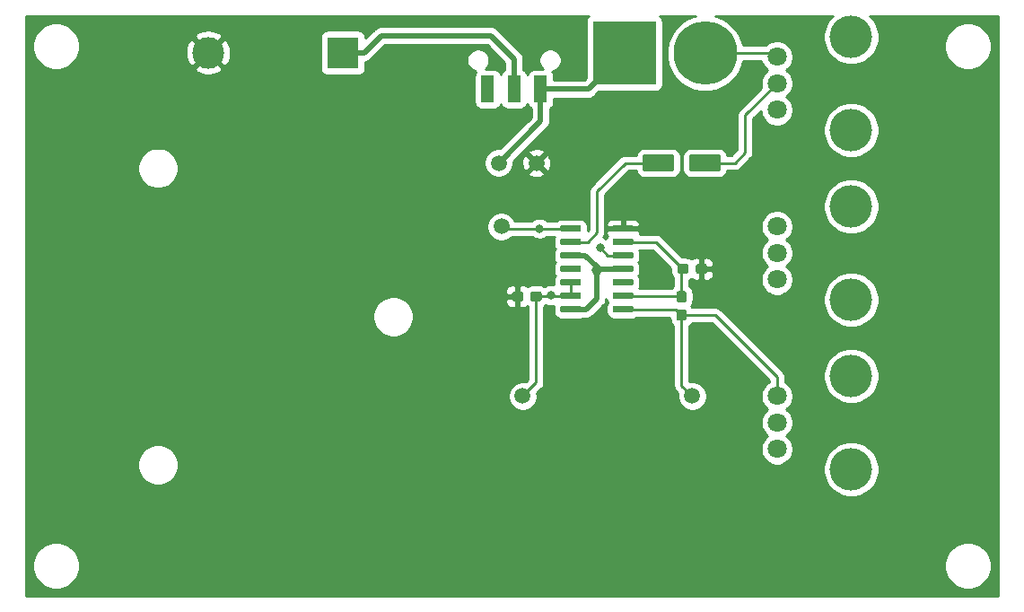
<source format=gbr>
G04 #@! TF.GenerationSoftware,KiCad,Pcbnew,(5.1.4-0-10_14)*
G04 #@! TF.CreationDate,2019-10-01T19:19:35+02:00*
G04 #@! TF.ProjectId,APC,4150432e-6b69-4636-9164-5f7063625858,rev?*
G04 #@! TF.SameCoordinates,Original*
G04 #@! TF.FileFunction,Copper,L1,Top*
G04 #@! TF.FilePolarity,Positive*
%FSLAX46Y46*%
G04 Gerber Fmt 4.6, Leading zero omitted, Abs format (unit mm)*
G04 Created by KiCad (PCBNEW (5.1.4-0-10_14)) date 2019-10-01 19:19:35*
%MOMM*%
%LPD*%
G04 APERTURE LIST*
%ADD10C,0.100000*%
%ADD11C,0.600000*%
%ADD12C,1.500000*%
%ADD13R,1.250000X2.500000*%
%ADD14C,4.000000*%
%ADD15C,1.800000*%
%ADD16C,0.950000*%
%ADD17C,5.999480*%
%ADD18R,5.999480X5.999480*%
%ADD19C,1.600000*%
%ADD20R,3.000000X3.000000*%
%ADD21C,3.000000*%
%ADD22C,1.000000*%
%ADD23C,0.800000*%
%ADD24C,0.500000*%
%ADD25C,0.250000*%
%ADD26C,0.254000*%
G04 APERTURE END LIST*
D10*
G36*
X138364703Y-73510722D02*
G01*
X138379264Y-73512882D01*
X138393543Y-73516459D01*
X138407403Y-73521418D01*
X138420710Y-73527712D01*
X138433336Y-73535280D01*
X138445159Y-73544048D01*
X138456066Y-73553934D01*
X138465952Y-73564841D01*
X138474720Y-73576664D01*
X138482288Y-73589290D01*
X138488582Y-73602597D01*
X138493541Y-73616457D01*
X138497118Y-73630736D01*
X138499278Y-73645297D01*
X138500000Y-73660000D01*
X138500000Y-73960000D01*
X138499278Y-73974703D01*
X138497118Y-73989264D01*
X138493541Y-74003543D01*
X138488582Y-74017403D01*
X138482288Y-74030710D01*
X138474720Y-74043336D01*
X138465952Y-74055159D01*
X138456066Y-74066066D01*
X138445159Y-74075952D01*
X138433336Y-74084720D01*
X138420710Y-74092288D01*
X138407403Y-74098582D01*
X138393543Y-74103541D01*
X138379264Y-74107118D01*
X138364703Y-74109278D01*
X138350000Y-74110000D01*
X136700000Y-74110000D01*
X136685297Y-74109278D01*
X136670736Y-74107118D01*
X136656457Y-74103541D01*
X136642597Y-74098582D01*
X136629290Y-74092288D01*
X136616664Y-74084720D01*
X136604841Y-74075952D01*
X136593934Y-74066066D01*
X136584048Y-74055159D01*
X136575280Y-74043336D01*
X136567712Y-74030710D01*
X136561418Y-74017403D01*
X136556459Y-74003543D01*
X136552882Y-73989264D01*
X136550722Y-73974703D01*
X136550000Y-73960000D01*
X136550000Y-73660000D01*
X136550722Y-73645297D01*
X136552882Y-73630736D01*
X136556459Y-73616457D01*
X136561418Y-73602597D01*
X136567712Y-73589290D01*
X136575280Y-73576664D01*
X136584048Y-73564841D01*
X136593934Y-73553934D01*
X136604841Y-73544048D01*
X136616664Y-73535280D01*
X136629290Y-73527712D01*
X136642597Y-73521418D01*
X136656457Y-73516459D01*
X136670736Y-73512882D01*
X136685297Y-73510722D01*
X136700000Y-73510000D01*
X138350000Y-73510000D01*
X138364703Y-73510722D01*
X138364703Y-73510722D01*
G37*
D11*
X137525000Y-73810000D03*
D10*
G36*
X138364703Y-72240722D02*
G01*
X138379264Y-72242882D01*
X138393543Y-72246459D01*
X138407403Y-72251418D01*
X138420710Y-72257712D01*
X138433336Y-72265280D01*
X138445159Y-72274048D01*
X138456066Y-72283934D01*
X138465952Y-72294841D01*
X138474720Y-72306664D01*
X138482288Y-72319290D01*
X138488582Y-72332597D01*
X138493541Y-72346457D01*
X138497118Y-72360736D01*
X138499278Y-72375297D01*
X138500000Y-72390000D01*
X138500000Y-72690000D01*
X138499278Y-72704703D01*
X138497118Y-72719264D01*
X138493541Y-72733543D01*
X138488582Y-72747403D01*
X138482288Y-72760710D01*
X138474720Y-72773336D01*
X138465952Y-72785159D01*
X138456066Y-72796066D01*
X138445159Y-72805952D01*
X138433336Y-72814720D01*
X138420710Y-72822288D01*
X138407403Y-72828582D01*
X138393543Y-72833541D01*
X138379264Y-72837118D01*
X138364703Y-72839278D01*
X138350000Y-72840000D01*
X136700000Y-72840000D01*
X136685297Y-72839278D01*
X136670736Y-72837118D01*
X136656457Y-72833541D01*
X136642597Y-72828582D01*
X136629290Y-72822288D01*
X136616664Y-72814720D01*
X136604841Y-72805952D01*
X136593934Y-72796066D01*
X136584048Y-72785159D01*
X136575280Y-72773336D01*
X136567712Y-72760710D01*
X136561418Y-72747403D01*
X136556459Y-72733543D01*
X136552882Y-72719264D01*
X136550722Y-72704703D01*
X136550000Y-72690000D01*
X136550000Y-72390000D01*
X136550722Y-72375297D01*
X136552882Y-72360736D01*
X136556459Y-72346457D01*
X136561418Y-72332597D01*
X136567712Y-72319290D01*
X136575280Y-72306664D01*
X136584048Y-72294841D01*
X136593934Y-72283934D01*
X136604841Y-72274048D01*
X136616664Y-72265280D01*
X136629290Y-72257712D01*
X136642597Y-72251418D01*
X136656457Y-72246459D01*
X136670736Y-72242882D01*
X136685297Y-72240722D01*
X136700000Y-72240000D01*
X138350000Y-72240000D01*
X138364703Y-72240722D01*
X138364703Y-72240722D01*
G37*
D11*
X137525000Y-72540000D03*
D10*
G36*
X138364703Y-70970722D02*
G01*
X138379264Y-70972882D01*
X138393543Y-70976459D01*
X138407403Y-70981418D01*
X138420710Y-70987712D01*
X138433336Y-70995280D01*
X138445159Y-71004048D01*
X138456066Y-71013934D01*
X138465952Y-71024841D01*
X138474720Y-71036664D01*
X138482288Y-71049290D01*
X138488582Y-71062597D01*
X138493541Y-71076457D01*
X138497118Y-71090736D01*
X138499278Y-71105297D01*
X138500000Y-71120000D01*
X138500000Y-71420000D01*
X138499278Y-71434703D01*
X138497118Y-71449264D01*
X138493541Y-71463543D01*
X138488582Y-71477403D01*
X138482288Y-71490710D01*
X138474720Y-71503336D01*
X138465952Y-71515159D01*
X138456066Y-71526066D01*
X138445159Y-71535952D01*
X138433336Y-71544720D01*
X138420710Y-71552288D01*
X138407403Y-71558582D01*
X138393543Y-71563541D01*
X138379264Y-71567118D01*
X138364703Y-71569278D01*
X138350000Y-71570000D01*
X136700000Y-71570000D01*
X136685297Y-71569278D01*
X136670736Y-71567118D01*
X136656457Y-71563541D01*
X136642597Y-71558582D01*
X136629290Y-71552288D01*
X136616664Y-71544720D01*
X136604841Y-71535952D01*
X136593934Y-71526066D01*
X136584048Y-71515159D01*
X136575280Y-71503336D01*
X136567712Y-71490710D01*
X136561418Y-71477403D01*
X136556459Y-71463543D01*
X136552882Y-71449264D01*
X136550722Y-71434703D01*
X136550000Y-71420000D01*
X136550000Y-71120000D01*
X136550722Y-71105297D01*
X136552882Y-71090736D01*
X136556459Y-71076457D01*
X136561418Y-71062597D01*
X136567712Y-71049290D01*
X136575280Y-71036664D01*
X136584048Y-71024841D01*
X136593934Y-71013934D01*
X136604841Y-71004048D01*
X136616664Y-70995280D01*
X136629290Y-70987712D01*
X136642597Y-70981418D01*
X136656457Y-70976459D01*
X136670736Y-70972882D01*
X136685297Y-70970722D01*
X136700000Y-70970000D01*
X138350000Y-70970000D01*
X138364703Y-70970722D01*
X138364703Y-70970722D01*
G37*
D11*
X137525000Y-71270000D03*
D10*
G36*
X138364703Y-69700722D02*
G01*
X138379264Y-69702882D01*
X138393543Y-69706459D01*
X138407403Y-69711418D01*
X138420710Y-69717712D01*
X138433336Y-69725280D01*
X138445159Y-69734048D01*
X138456066Y-69743934D01*
X138465952Y-69754841D01*
X138474720Y-69766664D01*
X138482288Y-69779290D01*
X138488582Y-69792597D01*
X138493541Y-69806457D01*
X138497118Y-69820736D01*
X138499278Y-69835297D01*
X138500000Y-69850000D01*
X138500000Y-70150000D01*
X138499278Y-70164703D01*
X138497118Y-70179264D01*
X138493541Y-70193543D01*
X138488582Y-70207403D01*
X138482288Y-70220710D01*
X138474720Y-70233336D01*
X138465952Y-70245159D01*
X138456066Y-70256066D01*
X138445159Y-70265952D01*
X138433336Y-70274720D01*
X138420710Y-70282288D01*
X138407403Y-70288582D01*
X138393543Y-70293541D01*
X138379264Y-70297118D01*
X138364703Y-70299278D01*
X138350000Y-70300000D01*
X136700000Y-70300000D01*
X136685297Y-70299278D01*
X136670736Y-70297118D01*
X136656457Y-70293541D01*
X136642597Y-70288582D01*
X136629290Y-70282288D01*
X136616664Y-70274720D01*
X136604841Y-70265952D01*
X136593934Y-70256066D01*
X136584048Y-70245159D01*
X136575280Y-70233336D01*
X136567712Y-70220710D01*
X136561418Y-70207403D01*
X136556459Y-70193543D01*
X136552882Y-70179264D01*
X136550722Y-70164703D01*
X136550000Y-70150000D01*
X136550000Y-69850000D01*
X136550722Y-69835297D01*
X136552882Y-69820736D01*
X136556459Y-69806457D01*
X136561418Y-69792597D01*
X136567712Y-69779290D01*
X136575280Y-69766664D01*
X136584048Y-69754841D01*
X136593934Y-69743934D01*
X136604841Y-69734048D01*
X136616664Y-69725280D01*
X136629290Y-69717712D01*
X136642597Y-69711418D01*
X136656457Y-69706459D01*
X136670736Y-69702882D01*
X136685297Y-69700722D01*
X136700000Y-69700000D01*
X138350000Y-69700000D01*
X138364703Y-69700722D01*
X138364703Y-69700722D01*
G37*
D11*
X137525000Y-70000000D03*
D10*
G36*
X138364703Y-68430722D02*
G01*
X138379264Y-68432882D01*
X138393543Y-68436459D01*
X138407403Y-68441418D01*
X138420710Y-68447712D01*
X138433336Y-68455280D01*
X138445159Y-68464048D01*
X138456066Y-68473934D01*
X138465952Y-68484841D01*
X138474720Y-68496664D01*
X138482288Y-68509290D01*
X138488582Y-68522597D01*
X138493541Y-68536457D01*
X138497118Y-68550736D01*
X138499278Y-68565297D01*
X138500000Y-68580000D01*
X138500000Y-68880000D01*
X138499278Y-68894703D01*
X138497118Y-68909264D01*
X138493541Y-68923543D01*
X138488582Y-68937403D01*
X138482288Y-68950710D01*
X138474720Y-68963336D01*
X138465952Y-68975159D01*
X138456066Y-68986066D01*
X138445159Y-68995952D01*
X138433336Y-69004720D01*
X138420710Y-69012288D01*
X138407403Y-69018582D01*
X138393543Y-69023541D01*
X138379264Y-69027118D01*
X138364703Y-69029278D01*
X138350000Y-69030000D01*
X136700000Y-69030000D01*
X136685297Y-69029278D01*
X136670736Y-69027118D01*
X136656457Y-69023541D01*
X136642597Y-69018582D01*
X136629290Y-69012288D01*
X136616664Y-69004720D01*
X136604841Y-68995952D01*
X136593934Y-68986066D01*
X136584048Y-68975159D01*
X136575280Y-68963336D01*
X136567712Y-68950710D01*
X136561418Y-68937403D01*
X136556459Y-68923543D01*
X136552882Y-68909264D01*
X136550722Y-68894703D01*
X136550000Y-68880000D01*
X136550000Y-68580000D01*
X136550722Y-68565297D01*
X136552882Y-68550736D01*
X136556459Y-68536457D01*
X136561418Y-68522597D01*
X136567712Y-68509290D01*
X136575280Y-68496664D01*
X136584048Y-68484841D01*
X136593934Y-68473934D01*
X136604841Y-68464048D01*
X136616664Y-68455280D01*
X136629290Y-68447712D01*
X136642597Y-68441418D01*
X136656457Y-68436459D01*
X136670736Y-68432882D01*
X136685297Y-68430722D01*
X136700000Y-68430000D01*
X138350000Y-68430000D01*
X138364703Y-68430722D01*
X138364703Y-68430722D01*
G37*
D11*
X137525000Y-68730000D03*
D10*
G36*
X138364703Y-67160722D02*
G01*
X138379264Y-67162882D01*
X138393543Y-67166459D01*
X138407403Y-67171418D01*
X138420710Y-67177712D01*
X138433336Y-67185280D01*
X138445159Y-67194048D01*
X138456066Y-67203934D01*
X138465952Y-67214841D01*
X138474720Y-67226664D01*
X138482288Y-67239290D01*
X138488582Y-67252597D01*
X138493541Y-67266457D01*
X138497118Y-67280736D01*
X138499278Y-67295297D01*
X138500000Y-67310000D01*
X138500000Y-67610000D01*
X138499278Y-67624703D01*
X138497118Y-67639264D01*
X138493541Y-67653543D01*
X138488582Y-67667403D01*
X138482288Y-67680710D01*
X138474720Y-67693336D01*
X138465952Y-67705159D01*
X138456066Y-67716066D01*
X138445159Y-67725952D01*
X138433336Y-67734720D01*
X138420710Y-67742288D01*
X138407403Y-67748582D01*
X138393543Y-67753541D01*
X138379264Y-67757118D01*
X138364703Y-67759278D01*
X138350000Y-67760000D01*
X136700000Y-67760000D01*
X136685297Y-67759278D01*
X136670736Y-67757118D01*
X136656457Y-67753541D01*
X136642597Y-67748582D01*
X136629290Y-67742288D01*
X136616664Y-67734720D01*
X136604841Y-67725952D01*
X136593934Y-67716066D01*
X136584048Y-67705159D01*
X136575280Y-67693336D01*
X136567712Y-67680710D01*
X136561418Y-67667403D01*
X136556459Y-67653543D01*
X136552882Y-67639264D01*
X136550722Y-67624703D01*
X136550000Y-67610000D01*
X136550000Y-67310000D01*
X136550722Y-67295297D01*
X136552882Y-67280736D01*
X136556459Y-67266457D01*
X136561418Y-67252597D01*
X136567712Y-67239290D01*
X136575280Y-67226664D01*
X136584048Y-67214841D01*
X136593934Y-67203934D01*
X136604841Y-67194048D01*
X136616664Y-67185280D01*
X136629290Y-67177712D01*
X136642597Y-67171418D01*
X136656457Y-67166459D01*
X136670736Y-67162882D01*
X136685297Y-67160722D01*
X136700000Y-67160000D01*
X138350000Y-67160000D01*
X138364703Y-67160722D01*
X138364703Y-67160722D01*
G37*
D11*
X137525000Y-67460000D03*
D10*
G36*
X138364703Y-65890722D02*
G01*
X138379264Y-65892882D01*
X138393543Y-65896459D01*
X138407403Y-65901418D01*
X138420710Y-65907712D01*
X138433336Y-65915280D01*
X138445159Y-65924048D01*
X138456066Y-65933934D01*
X138465952Y-65944841D01*
X138474720Y-65956664D01*
X138482288Y-65969290D01*
X138488582Y-65982597D01*
X138493541Y-65996457D01*
X138497118Y-66010736D01*
X138499278Y-66025297D01*
X138500000Y-66040000D01*
X138500000Y-66340000D01*
X138499278Y-66354703D01*
X138497118Y-66369264D01*
X138493541Y-66383543D01*
X138488582Y-66397403D01*
X138482288Y-66410710D01*
X138474720Y-66423336D01*
X138465952Y-66435159D01*
X138456066Y-66446066D01*
X138445159Y-66455952D01*
X138433336Y-66464720D01*
X138420710Y-66472288D01*
X138407403Y-66478582D01*
X138393543Y-66483541D01*
X138379264Y-66487118D01*
X138364703Y-66489278D01*
X138350000Y-66490000D01*
X136700000Y-66490000D01*
X136685297Y-66489278D01*
X136670736Y-66487118D01*
X136656457Y-66483541D01*
X136642597Y-66478582D01*
X136629290Y-66472288D01*
X136616664Y-66464720D01*
X136604841Y-66455952D01*
X136593934Y-66446066D01*
X136584048Y-66435159D01*
X136575280Y-66423336D01*
X136567712Y-66410710D01*
X136561418Y-66397403D01*
X136556459Y-66383543D01*
X136552882Y-66369264D01*
X136550722Y-66354703D01*
X136550000Y-66340000D01*
X136550000Y-66040000D01*
X136550722Y-66025297D01*
X136552882Y-66010736D01*
X136556459Y-65996457D01*
X136561418Y-65982597D01*
X136567712Y-65969290D01*
X136575280Y-65956664D01*
X136584048Y-65944841D01*
X136593934Y-65933934D01*
X136604841Y-65924048D01*
X136616664Y-65915280D01*
X136629290Y-65907712D01*
X136642597Y-65901418D01*
X136656457Y-65896459D01*
X136670736Y-65892882D01*
X136685297Y-65890722D01*
X136700000Y-65890000D01*
X138350000Y-65890000D01*
X138364703Y-65890722D01*
X138364703Y-65890722D01*
G37*
D11*
X137525000Y-66190000D03*
D10*
G36*
X143314703Y-65890722D02*
G01*
X143329264Y-65892882D01*
X143343543Y-65896459D01*
X143357403Y-65901418D01*
X143370710Y-65907712D01*
X143383336Y-65915280D01*
X143395159Y-65924048D01*
X143406066Y-65933934D01*
X143415952Y-65944841D01*
X143424720Y-65956664D01*
X143432288Y-65969290D01*
X143438582Y-65982597D01*
X143443541Y-65996457D01*
X143447118Y-66010736D01*
X143449278Y-66025297D01*
X143450000Y-66040000D01*
X143450000Y-66340000D01*
X143449278Y-66354703D01*
X143447118Y-66369264D01*
X143443541Y-66383543D01*
X143438582Y-66397403D01*
X143432288Y-66410710D01*
X143424720Y-66423336D01*
X143415952Y-66435159D01*
X143406066Y-66446066D01*
X143395159Y-66455952D01*
X143383336Y-66464720D01*
X143370710Y-66472288D01*
X143357403Y-66478582D01*
X143343543Y-66483541D01*
X143329264Y-66487118D01*
X143314703Y-66489278D01*
X143300000Y-66490000D01*
X141650000Y-66490000D01*
X141635297Y-66489278D01*
X141620736Y-66487118D01*
X141606457Y-66483541D01*
X141592597Y-66478582D01*
X141579290Y-66472288D01*
X141566664Y-66464720D01*
X141554841Y-66455952D01*
X141543934Y-66446066D01*
X141534048Y-66435159D01*
X141525280Y-66423336D01*
X141517712Y-66410710D01*
X141511418Y-66397403D01*
X141506459Y-66383543D01*
X141502882Y-66369264D01*
X141500722Y-66354703D01*
X141500000Y-66340000D01*
X141500000Y-66040000D01*
X141500722Y-66025297D01*
X141502882Y-66010736D01*
X141506459Y-65996457D01*
X141511418Y-65982597D01*
X141517712Y-65969290D01*
X141525280Y-65956664D01*
X141534048Y-65944841D01*
X141543934Y-65933934D01*
X141554841Y-65924048D01*
X141566664Y-65915280D01*
X141579290Y-65907712D01*
X141592597Y-65901418D01*
X141606457Y-65896459D01*
X141620736Y-65892882D01*
X141635297Y-65890722D01*
X141650000Y-65890000D01*
X143300000Y-65890000D01*
X143314703Y-65890722D01*
X143314703Y-65890722D01*
G37*
D11*
X142475000Y-66190000D03*
D10*
G36*
X143314703Y-67160722D02*
G01*
X143329264Y-67162882D01*
X143343543Y-67166459D01*
X143357403Y-67171418D01*
X143370710Y-67177712D01*
X143383336Y-67185280D01*
X143395159Y-67194048D01*
X143406066Y-67203934D01*
X143415952Y-67214841D01*
X143424720Y-67226664D01*
X143432288Y-67239290D01*
X143438582Y-67252597D01*
X143443541Y-67266457D01*
X143447118Y-67280736D01*
X143449278Y-67295297D01*
X143450000Y-67310000D01*
X143450000Y-67610000D01*
X143449278Y-67624703D01*
X143447118Y-67639264D01*
X143443541Y-67653543D01*
X143438582Y-67667403D01*
X143432288Y-67680710D01*
X143424720Y-67693336D01*
X143415952Y-67705159D01*
X143406066Y-67716066D01*
X143395159Y-67725952D01*
X143383336Y-67734720D01*
X143370710Y-67742288D01*
X143357403Y-67748582D01*
X143343543Y-67753541D01*
X143329264Y-67757118D01*
X143314703Y-67759278D01*
X143300000Y-67760000D01*
X141650000Y-67760000D01*
X141635297Y-67759278D01*
X141620736Y-67757118D01*
X141606457Y-67753541D01*
X141592597Y-67748582D01*
X141579290Y-67742288D01*
X141566664Y-67734720D01*
X141554841Y-67725952D01*
X141543934Y-67716066D01*
X141534048Y-67705159D01*
X141525280Y-67693336D01*
X141517712Y-67680710D01*
X141511418Y-67667403D01*
X141506459Y-67653543D01*
X141502882Y-67639264D01*
X141500722Y-67624703D01*
X141500000Y-67610000D01*
X141500000Y-67310000D01*
X141500722Y-67295297D01*
X141502882Y-67280736D01*
X141506459Y-67266457D01*
X141511418Y-67252597D01*
X141517712Y-67239290D01*
X141525280Y-67226664D01*
X141534048Y-67214841D01*
X141543934Y-67203934D01*
X141554841Y-67194048D01*
X141566664Y-67185280D01*
X141579290Y-67177712D01*
X141592597Y-67171418D01*
X141606457Y-67166459D01*
X141620736Y-67162882D01*
X141635297Y-67160722D01*
X141650000Y-67160000D01*
X143300000Y-67160000D01*
X143314703Y-67160722D01*
X143314703Y-67160722D01*
G37*
D11*
X142475000Y-67460000D03*
D10*
G36*
X143314703Y-68430722D02*
G01*
X143329264Y-68432882D01*
X143343543Y-68436459D01*
X143357403Y-68441418D01*
X143370710Y-68447712D01*
X143383336Y-68455280D01*
X143395159Y-68464048D01*
X143406066Y-68473934D01*
X143415952Y-68484841D01*
X143424720Y-68496664D01*
X143432288Y-68509290D01*
X143438582Y-68522597D01*
X143443541Y-68536457D01*
X143447118Y-68550736D01*
X143449278Y-68565297D01*
X143450000Y-68580000D01*
X143450000Y-68880000D01*
X143449278Y-68894703D01*
X143447118Y-68909264D01*
X143443541Y-68923543D01*
X143438582Y-68937403D01*
X143432288Y-68950710D01*
X143424720Y-68963336D01*
X143415952Y-68975159D01*
X143406066Y-68986066D01*
X143395159Y-68995952D01*
X143383336Y-69004720D01*
X143370710Y-69012288D01*
X143357403Y-69018582D01*
X143343543Y-69023541D01*
X143329264Y-69027118D01*
X143314703Y-69029278D01*
X143300000Y-69030000D01*
X141650000Y-69030000D01*
X141635297Y-69029278D01*
X141620736Y-69027118D01*
X141606457Y-69023541D01*
X141592597Y-69018582D01*
X141579290Y-69012288D01*
X141566664Y-69004720D01*
X141554841Y-68995952D01*
X141543934Y-68986066D01*
X141534048Y-68975159D01*
X141525280Y-68963336D01*
X141517712Y-68950710D01*
X141511418Y-68937403D01*
X141506459Y-68923543D01*
X141502882Y-68909264D01*
X141500722Y-68894703D01*
X141500000Y-68880000D01*
X141500000Y-68580000D01*
X141500722Y-68565297D01*
X141502882Y-68550736D01*
X141506459Y-68536457D01*
X141511418Y-68522597D01*
X141517712Y-68509290D01*
X141525280Y-68496664D01*
X141534048Y-68484841D01*
X141543934Y-68473934D01*
X141554841Y-68464048D01*
X141566664Y-68455280D01*
X141579290Y-68447712D01*
X141592597Y-68441418D01*
X141606457Y-68436459D01*
X141620736Y-68432882D01*
X141635297Y-68430722D01*
X141650000Y-68430000D01*
X143300000Y-68430000D01*
X143314703Y-68430722D01*
X143314703Y-68430722D01*
G37*
D11*
X142475000Y-68730000D03*
D10*
G36*
X143314703Y-69700722D02*
G01*
X143329264Y-69702882D01*
X143343543Y-69706459D01*
X143357403Y-69711418D01*
X143370710Y-69717712D01*
X143383336Y-69725280D01*
X143395159Y-69734048D01*
X143406066Y-69743934D01*
X143415952Y-69754841D01*
X143424720Y-69766664D01*
X143432288Y-69779290D01*
X143438582Y-69792597D01*
X143443541Y-69806457D01*
X143447118Y-69820736D01*
X143449278Y-69835297D01*
X143450000Y-69850000D01*
X143450000Y-70150000D01*
X143449278Y-70164703D01*
X143447118Y-70179264D01*
X143443541Y-70193543D01*
X143438582Y-70207403D01*
X143432288Y-70220710D01*
X143424720Y-70233336D01*
X143415952Y-70245159D01*
X143406066Y-70256066D01*
X143395159Y-70265952D01*
X143383336Y-70274720D01*
X143370710Y-70282288D01*
X143357403Y-70288582D01*
X143343543Y-70293541D01*
X143329264Y-70297118D01*
X143314703Y-70299278D01*
X143300000Y-70300000D01*
X141650000Y-70300000D01*
X141635297Y-70299278D01*
X141620736Y-70297118D01*
X141606457Y-70293541D01*
X141592597Y-70288582D01*
X141579290Y-70282288D01*
X141566664Y-70274720D01*
X141554841Y-70265952D01*
X141543934Y-70256066D01*
X141534048Y-70245159D01*
X141525280Y-70233336D01*
X141517712Y-70220710D01*
X141511418Y-70207403D01*
X141506459Y-70193543D01*
X141502882Y-70179264D01*
X141500722Y-70164703D01*
X141500000Y-70150000D01*
X141500000Y-69850000D01*
X141500722Y-69835297D01*
X141502882Y-69820736D01*
X141506459Y-69806457D01*
X141511418Y-69792597D01*
X141517712Y-69779290D01*
X141525280Y-69766664D01*
X141534048Y-69754841D01*
X141543934Y-69743934D01*
X141554841Y-69734048D01*
X141566664Y-69725280D01*
X141579290Y-69717712D01*
X141592597Y-69711418D01*
X141606457Y-69706459D01*
X141620736Y-69702882D01*
X141635297Y-69700722D01*
X141650000Y-69700000D01*
X143300000Y-69700000D01*
X143314703Y-69700722D01*
X143314703Y-69700722D01*
G37*
D11*
X142475000Y-70000000D03*
D10*
G36*
X143314703Y-70970722D02*
G01*
X143329264Y-70972882D01*
X143343543Y-70976459D01*
X143357403Y-70981418D01*
X143370710Y-70987712D01*
X143383336Y-70995280D01*
X143395159Y-71004048D01*
X143406066Y-71013934D01*
X143415952Y-71024841D01*
X143424720Y-71036664D01*
X143432288Y-71049290D01*
X143438582Y-71062597D01*
X143443541Y-71076457D01*
X143447118Y-71090736D01*
X143449278Y-71105297D01*
X143450000Y-71120000D01*
X143450000Y-71420000D01*
X143449278Y-71434703D01*
X143447118Y-71449264D01*
X143443541Y-71463543D01*
X143438582Y-71477403D01*
X143432288Y-71490710D01*
X143424720Y-71503336D01*
X143415952Y-71515159D01*
X143406066Y-71526066D01*
X143395159Y-71535952D01*
X143383336Y-71544720D01*
X143370710Y-71552288D01*
X143357403Y-71558582D01*
X143343543Y-71563541D01*
X143329264Y-71567118D01*
X143314703Y-71569278D01*
X143300000Y-71570000D01*
X141650000Y-71570000D01*
X141635297Y-71569278D01*
X141620736Y-71567118D01*
X141606457Y-71563541D01*
X141592597Y-71558582D01*
X141579290Y-71552288D01*
X141566664Y-71544720D01*
X141554841Y-71535952D01*
X141543934Y-71526066D01*
X141534048Y-71515159D01*
X141525280Y-71503336D01*
X141517712Y-71490710D01*
X141511418Y-71477403D01*
X141506459Y-71463543D01*
X141502882Y-71449264D01*
X141500722Y-71434703D01*
X141500000Y-71420000D01*
X141500000Y-71120000D01*
X141500722Y-71105297D01*
X141502882Y-71090736D01*
X141506459Y-71076457D01*
X141511418Y-71062597D01*
X141517712Y-71049290D01*
X141525280Y-71036664D01*
X141534048Y-71024841D01*
X141543934Y-71013934D01*
X141554841Y-71004048D01*
X141566664Y-70995280D01*
X141579290Y-70987712D01*
X141592597Y-70981418D01*
X141606457Y-70976459D01*
X141620736Y-70972882D01*
X141635297Y-70970722D01*
X141650000Y-70970000D01*
X143300000Y-70970000D01*
X143314703Y-70970722D01*
X143314703Y-70970722D01*
G37*
D11*
X142475000Y-71270000D03*
D10*
G36*
X143314703Y-72240722D02*
G01*
X143329264Y-72242882D01*
X143343543Y-72246459D01*
X143357403Y-72251418D01*
X143370710Y-72257712D01*
X143383336Y-72265280D01*
X143395159Y-72274048D01*
X143406066Y-72283934D01*
X143415952Y-72294841D01*
X143424720Y-72306664D01*
X143432288Y-72319290D01*
X143438582Y-72332597D01*
X143443541Y-72346457D01*
X143447118Y-72360736D01*
X143449278Y-72375297D01*
X143450000Y-72390000D01*
X143450000Y-72690000D01*
X143449278Y-72704703D01*
X143447118Y-72719264D01*
X143443541Y-72733543D01*
X143438582Y-72747403D01*
X143432288Y-72760710D01*
X143424720Y-72773336D01*
X143415952Y-72785159D01*
X143406066Y-72796066D01*
X143395159Y-72805952D01*
X143383336Y-72814720D01*
X143370710Y-72822288D01*
X143357403Y-72828582D01*
X143343543Y-72833541D01*
X143329264Y-72837118D01*
X143314703Y-72839278D01*
X143300000Y-72840000D01*
X141650000Y-72840000D01*
X141635297Y-72839278D01*
X141620736Y-72837118D01*
X141606457Y-72833541D01*
X141592597Y-72828582D01*
X141579290Y-72822288D01*
X141566664Y-72814720D01*
X141554841Y-72805952D01*
X141543934Y-72796066D01*
X141534048Y-72785159D01*
X141525280Y-72773336D01*
X141517712Y-72760710D01*
X141511418Y-72747403D01*
X141506459Y-72733543D01*
X141502882Y-72719264D01*
X141500722Y-72704703D01*
X141500000Y-72690000D01*
X141500000Y-72390000D01*
X141500722Y-72375297D01*
X141502882Y-72360736D01*
X141506459Y-72346457D01*
X141511418Y-72332597D01*
X141517712Y-72319290D01*
X141525280Y-72306664D01*
X141534048Y-72294841D01*
X141543934Y-72283934D01*
X141554841Y-72274048D01*
X141566664Y-72265280D01*
X141579290Y-72257712D01*
X141592597Y-72251418D01*
X141606457Y-72246459D01*
X141620736Y-72242882D01*
X141635297Y-72240722D01*
X141650000Y-72240000D01*
X143300000Y-72240000D01*
X143314703Y-72240722D01*
X143314703Y-72240722D01*
G37*
D11*
X142475000Y-72540000D03*
D10*
G36*
X143314703Y-73510722D02*
G01*
X143329264Y-73512882D01*
X143343543Y-73516459D01*
X143357403Y-73521418D01*
X143370710Y-73527712D01*
X143383336Y-73535280D01*
X143395159Y-73544048D01*
X143406066Y-73553934D01*
X143415952Y-73564841D01*
X143424720Y-73576664D01*
X143432288Y-73589290D01*
X143438582Y-73602597D01*
X143443541Y-73616457D01*
X143447118Y-73630736D01*
X143449278Y-73645297D01*
X143450000Y-73660000D01*
X143450000Y-73960000D01*
X143449278Y-73974703D01*
X143447118Y-73989264D01*
X143443541Y-74003543D01*
X143438582Y-74017403D01*
X143432288Y-74030710D01*
X143424720Y-74043336D01*
X143415952Y-74055159D01*
X143406066Y-74066066D01*
X143395159Y-74075952D01*
X143383336Y-74084720D01*
X143370710Y-74092288D01*
X143357403Y-74098582D01*
X143343543Y-74103541D01*
X143329264Y-74107118D01*
X143314703Y-74109278D01*
X143300000Y-74110000D01*
X141650000Y-74110000D01*
X141635297Y-74109278D01*
X141620736Y-74107118D01*
X141606457Y-74103541D01*
X141592597Y-74098582D01*
X141579290Y-74092288D01*
X141566664Y-74084720D01*
X141554841Y-74075952D01*
X141543934Y-74066066D01*
X141534048Y-74055159D01*
X141525280Y-74043336D01*
X141517712Y-74030710D01*
X141511418Y-74017403D01*
X141506459Y-74003543D01*
X141502882Y-73989264D01*
X141500722Y-73974703D01*
X141500000Y-73960000D01*
X141500000Y-73660000D01*
X141500722Y-73645297D01*
X141502882Y-73630736D01*
X141506459Y-73616457D01*
X141511418Y-73602597D01*
X141517712Y-73589290D01*
X141525280Y-73576664D01*
X141534048Y-73564841D01*
X141543934Y-73553934D01*
X141554841Y-73544048D01*
X141566664Y-73535280D01*
X141579290Y-73527712D01*
X141592597Y-73521418D01*
X141606457Y-73516459D01*
X141620736Y-73512882D01*
X141635297Y-73510722D01*
X141650000Y-73510000D01*
X143300000Y-73510000D01*
X143314703Y-73510722D01*
X143314703Y-73510722D01*
G37*
D11*
X142475000Y-73810000D03*
D12*
X133000000Y-82000000D03*
X149000000Y-82000000D03*
X131000000Y-66000000D03*
X134300000Y-60010000D03*
X130750000Y-60010000D03*
D13*
X129700000Y-53050000D03*
X132200000Y-53050000D03*
X134700000Y-53050000D03*
D14*
X164000000Y-56900000D03*
X164000000Y-48100000D03*
D15*
X157000000Y-55000000D03*
X157000000Y-52500000D03*
X157000000Y-50000000D03*
D14*
X164000000Y-72900000D03*
X164000000Y-64100000D03*
D15*
X157000000Y-71000000D03*
X157000000Y-68500000D03*
X157000000Y-66000000D03*
D14*
X164000000Y-88900000D03*
X164000000Y-80100000D03*
D15*
X157000000Y-87000000D03*
X157000000Y-84500000D03*
X157000000Y-82000000D03*
D10*
G36*
X148260779Y-72101144D02*
G01*
X148283834Y-72104563D01*
X148306443Y-72110227D01*
X148328387Y-72118079D01*
X148349457Y-72128044D01*
X148369448Y-72140026D01*
X148388168Y-72153910D01*
X148405438Y-72169562D01*
X148421090Y-72186832D01*
X148434974Y-72205552D01*
X148446956Y-72225543D01*
X148456921Y-72246613D01*
X148464773Y-72268557D01*
X148470437Y-72291166D01*
X148473856Y-72314221D01*
X148475000Y-72337500D01*
X148475000Y-72912500D01*
X148473856Y-72935779D01*
X148470437Y-72958834D01*
X148464773Y-72981443D01*
X148456921Y-73003387D01*
X148446956Y-73024457D01*
X148434974Y-73044448D01*
X148421090Y-73063168D01*
X148405438Y-73080438D01*
X148388168Y-73096090D01*
X148369448Y-73109974D01*
X148349457Y-73121956D01*
X148328387Y-73131921D01*
X148306443Y-73139773D01*
X148283834Y-73145437D01*
X148260779Y-73148856D01*
X148237500Y-73150000D01*
X147762500Y-73150000D01*
X147739221Y-73148856D01*
X147716166Y-73145437D01*
X147693557Y-73139773D01*
X147671613Y-73131921D01*
X147650543Y-73121956D01*
X147630552Y-73109974D01*
X147611832Y-73096090D01*
X147594562Y-73080438D01*
X147578910Y-73063168D01*
X147565026Y-73044448D01*
X147553044Y-73024457D01*
X147543079Y-73003387D01*
X147535227Y-72981443D01*
X147529563Y-72958834D01*
X147526144Y-72935779D01*
X147525000Y-72912500D01*
X147525000Y-72337500D01*
X147526144Y-72314221D01*
X147529563Y-72291166D01*
X147535227Y-72268557D01*
X147543079Y-72246613D01*
X147553044Y-72225543D01*
X147565026Y-72205552D01*
X147578910Y-72186832D01*
X147594562Y-72169562D01*
X147611832Y-72153910D01*
X147630552Y-72140026D01*
X147650543Y-72128044D01*
X147671613Y-72118079D01*
X147693557Y-72110227D01*
X147716166Y-72104563D01*
X147739221Y-72101144D01*
X147762500Y-72100000D01*
X148237500Y-72100000D01*
X148260779Y-72101144D01*
X148260779Y-72101144D01*
G37*
D16*
X148000000Y-72625000D03*
D10*
G36*
X148260779Y-73851144D02*
G01*
X148283834Y-73854563D01*
X148306443Y-73860227D01*
X148328387Y-73868079D01*
X148349457Y-73878044D01*
X148369448Y-73890026D01*
X148388168Y-73903910D01*
X148405438Y-73919562D01*
X148421090Y-73936832D01*
X148434974Y-73955552D01*
X148446956Y-73975543D01*
X148456921Y-73996613D01*
X148464773Y-74018557D01*
X148470437Y-74041166D01*
X148473856Y-74064221D01*
X148475000Y-74087500D01*
X148475000Y-74662500D01*
X148473856Y-74685779D01*
X148470437Y-74708834D01*
X148464773Y-74731443D01*
X148456921Y-74753387D01*
X148446956Y-74774457D01*
X148434974Y-74794448D01*
X148421090Y-74813168D01*
X148405438Y-74830438D01*
X148388168Y-74846090D01*
X148369448Y-74859974D01*
X148349457Y-74871956D01*
X148328387Y-74881921D01*
X148306443Y-74889773D01*
X148283834Y-74895437D01*
X148260779Y-74898856D01*
X148237500Y-74900000D01*
X147762500Y-74900000D01*
X147739221Y-74898856D01*
X147716166Y-74895437D01*
X147693557Y-74889773D01*
X147671613Y-74881921D01*
X147650543Y-74871956D01*
X147630552Y-74859974D01*
X147611832Y-74846090D01*
X147594562Y-74830438D01*
X147578910Y-74813168D01*
X147565026Y-74794448D01*
X147553044Y-74774457D01*
X147543079Y-74753387D01*
X147535227Y-74731443D01*
X147529563Y-74708834D01*
X147526144Y-74685779D01*
X147525000Y-74662500D01*
X147525000Y-74087500D01*
X147526144Y-74064221D01*
X147529563Y-74041166D01*
X147535227Y-74018557D01*
X147543079Y-73996613D01*
X147553044Y-73975543D01*
X147565026Y-73955552D01*
X147578910Y-73936832D01*
X147594562Y-73919562D01*
X147611832Y-73903910D01*
X147630552Y-73890026D01*
X147650543Y-73878044D01*
X147671613Y-73868079D01*
X147693557Y-73860227D01*
X147716166Y-73854563D01*
X147739221Y-73851144D01*
X147762500Y-73850000D01*
X148237500Y-73850000D01*
X148260779Y-73851144D01*
X148260779Y-73851144D01*
G37*
D16*
X148000000Y-74375000D03*
D17*
X150220000Y-49650000D03*
D18*
X142600000Y-49650000D03*
D10*
G36*
X147074504Y-59201204D02*
G01*
X147098773Y-59204804D01*
X147122571Y-59210765D01*
X147145671Y-59219030D01*
X147167849Y-59229520D01*
X147188893Y-59242133D01*
X147208598Y-59256747D01*
X147226777Y-59273223D01*
X147243253Y-59291402D01*
X147257867Y-59311107D01*
X147270480Y-59332151D01*
X147280970Y-59354329D01*
X147289235Y-59377429D01*
X147295196Y-59401227D01*
X147298796Y-59425496D01*
X147300000Y-59450000D01*
X147300000Y-60550000D01*
X147298796Y-60574504D01*
X147295196Y-60598773D01*
X147289235Y-60622571D01*
X147280970Y-60645671D01*
X147270480Y-60667849D01*
X147257867Y-60688893D01*
X147243253Y-60708598D01*
X147226777Y-60726777D01*
X147208598Y-60743253D01*
X147188893Y-60757867D01*
X147167849Y-60770480D01*
X147145671Y-60780970D01*
X147122571Y-60789235D01*
X147098773Y-60795196D01*
X147074504Y-60798796D01*
X147050000Y-60800000D01*
X144550000Y-60800000D01*
X144525496Y-60798796D01*
X144501227Y-60795196D01*
X144477429Y-60789235D01*
X144454329Y-60780970D01*
X144432151Y-60770480D01*
X144411107Y-60757867D01*
X144391402Y-60743253D01*
X144373223Y-60726777D01*
X144356747Y-60708598D01*
X144342133Y-60688893D01*
X144329520Y-60667849D01*
X144319030Y-60645671D01*
X144310765Y-60622571D01*
X144304804Y-60598773D01*
X144301204Y-60574504D01*
X144300000Y-60550000D01*
X144300000Y-59450000D01*
X144301204Y-59425496D01*
X144304804Y-59401227D01*
X144310765Y-59377429D01*
X144319030Y-59354329D01*
X144329520Y-59332151D01*
X144342133Y-59311107D01*
X144356747Y-59291402D01*
X144373223Y-59273223D01*
X144391402Y-59256747D01*
X144411107Y-59242133D01*
X144432151Y-59229520D01*
X144454329Y-59219030D01*
X144477429Y-59210765D01*
X144501227Y-59204804D01*
X144525496Y-59201204D01*
X144550000Y-59200000D01*
X147050000Y-59200000D01*
X147074504Y-59201204D01*
X147074504Y-59201204D01*
G37*
D19*
X145800000Y-60000000D03*
D10*
G36*
X151474504Y-59201204D02*
G01*
X151498773Y-59204804D01*
X151522571Y-59210765D01*
X151545671Y-59219030D01*
X151567849Y-59229520D01*
X151588893Y-59242133D01*
X151608598Y-59256747D01*
X151626777Y-59273223D01*
X151643253Y-59291402D01*
X151657867Y-59311107D01*
X151670480Y-59332151D01*
X151680970Y-59354329D01*
X151689235Y-59377429D01*
X151695196Y-59401227D01*
X151698796Y-59425496D01*
X151700000Y-59450000D01*
X151700000Y-60550000D01*
X151698796Y-60574504D01*
X151695196Y-60598773D01*
X151689235Y-60622571D01*
X151680970Y-60645671D01*
X151670480Y-60667849D01*
X151657867Y-60688893D01*
X151643253Y-60708598D01*
X151626777Y-60726777D01*
X151608598Y-60743253D01*
X151588893Y-60757867D01*
X151567849Y-60770480D01*
X151545671Y-60780970D01*
X151522571Y-60789235D01*
X151498773Y-60795196D01*
X151474504Y-60798796D01*
X151450000Y-60800000D01*
X148950000Y-60800000D01*
X148925496Y-60798796D01*
X148901227Y-60795196D01*
X148877429Y-60789235D01*
X148854329Y-60780970D01*
X148832151Y-60770480D01*
X148811107Y-60757867D01*
X148791402Y-60743253D01*
X148773223Y-60726777D01*
X148756747Y-60708598D01*
X148742133Y-60688893D01*
X148729520Y-60667849D01*
X148719030Y-60645671D01*
X148710765Y-60622571D01*
X148704804Y-60598773D01*
X148701204Y-60574504D01*
X148700000Y-60550000D01*
X148700000Y-59450000D01*
X148701204Y-59425496D01*
X148704804Y-59401227D01*
X148710765Y-59377429D01*
X148719030Y-59354329D01*
X148729520Y-59332151D01*
X148742133Y-59311107D01*
X148756747Y-59291402D01*
X148773223Y-59273223D01*
X148791402Y-59256747D01*
X148811107Y-59242133D01*
X148832151Y-59229520D01*
X148854329Y-59219030D01*
X148877429Y-59210765D01*
X148901227Y-59204804D01*
X148925496Y-59201204D01*
X148950000Y-59200000D01*
X151450000Y-59200000D01*
X151474504Y-59201204D01*
X151474504Y-59201204D01*
G37*
D19*
X150200000Y-60000000D03*
D10*
G36*
X132835779Y-72126144D02*
G01*
X132858834Y-72129563D01*
X132881443Y-72135227D01*
X132903387Y-72143079D01*
X132924457Y-72153044D01*
X132944448Y-72165026D01*
X132963168Y-72178910D01*
X132980438Y-72194562D01*
X132996090Y-72211832D01*
X133009974Y-72230552D01*
X133021956Y-72250543D01*
X133031921Y-72271613D01*
X133039773Y-72293557D01*
X133045437Y-72316166D01*
X133048856Y-72339221D01*
X133050000Y-72362500D01*
X133050000Y-72837500D01*
X133048856Y-72860779D01*
X133045437Y-72883834D01*
X133039773Y-72906443D01*
X133031921Y-72928387D01*
X133021956Y-72949457D01*
X133009974Y-72969448D01*
X132996090Y-72988168D01*
X132980438Y-73005438D01*
X132963168Y-73021090D01*
X132944448Y-73034974D01*
X132924457Y-73046956D01*
X132903387Y-73056921D01*
X132881443Y-73064773D01*
X132858834Y-73070437D01*
X132835779Y-73073856D01*
X132812500Y-73075000D01*
X132237500Y-73075000D01*
X132214221Y-73073856D01*
X132191166Y-73070437D01*
X132168557Y-73064773D01*
X132146613Y-73056921D01*
X132125543Y-73046956D01*
X132105552Y-73034974D01*
X132086832Y-73021090D01*
X132069562Y-73005438D01*
X132053910Y-72988168D01*
X132040026Y-72969448D01*
X132028044Y-72949457D01*
X132018079Y-72928387D01*
X132010227Y-72906443D01*
X132004563Y-72883834D01*
X132001144Y-72860779D01*
X132000000Y-72837500D01*
X132000000Y-72362500D01*
X132001144Y-72339221D01*
X132004563Y-72316166D01*
X132010227Y-72293557D01*
X132018079Y-72271613D01*
X132028044Y-72250543D01*
X132040026Y-72230552D01*
X132053910Y-72211832D01*
X132069562Y-72194562D01*
X132086832Y-72178910D01*
X132105552Y-72165026D01*
X132125543Y-72153044D01*
X132146613Y-72143079D01*
X132168557Y-72135227D01*
X132191166Y-72129563D01*
X132214221Y-72126144D01*
X132237500Y-72125000D01*
X132812500Y-72125000D01*
X132835779Y-72126144D01*
X132835779Y-72126144D01*
G37*
D16*
X132525000Y-72600000D03*
D10*
G36*
X134585779Y-72126144D02*
G01*
X134608834Y-72129563D01*
X134631443Y-72135227D01*
X134653387Y-72143079D01*
X134674457Y-72153044D01*
X134694448Y-72165026D01*
X134713168Y-72178910D01*
X134730438Y-72194562D01*
X134746090Y-72211832D01*
X134759974Y-72230552D01*
X134771956Y-72250543D01*
X134781921Y-72271613D01*
X134789773Y-72293557D01*
X134795437Y-72316166D01*
X134798856Y-72339221D01*
X134800000Y-72362500D01*
X134800000Y-72837500D01*
X134798856Y-72860779D01*
X134795437Y-72883834D01*
X134789773Y-72906443D01*
X134781921Y-72928387D01*
X134771956Y-72949457D01*
X134759974Y-72969448D01*
X134746090Y-72988168D01*
X134730438Y-73005438D01*
X134713168Y-73021090D01*
X134694448Y-73034974D01*
X134674457Y-73046956D01*
X134653387Y-73056921D01*
X134631443Y-73064773D01*
X134608834Y-73070437D01*
X134585779Y-73073856D01*
X134562500Y-73075000D01*
X133987500Y-73075000D01*
X133964221Y-73073856D01*
X133941166Y-73070437D01*
X133918557Y-73064773D01*
X133896613Y-73056921D01*
X133875543Y-73046956D01*
X133855552Y-73034974D01*
X133836832Y-73021090D01*
X133819562Y-73005438D01*
X133803910Y-72988168D01*
X133790026Y-72969448D01*
X133778044Y-72949457D01*
X133768079Y-72928387D01*
X133760227Y-72906443D01*
X133754563Y-72883834D01*
X133751144Y-72860779D01*
X133750000Y-72837500D01*
X133750000Y-72362500D01*
X133751144Y-72339221D01*
X133754563Y-72316166D01*
X133760227Y-72293557D01*
X133768079Y-72271613D01*
X133778044Y-72250543D01*
X133790026Y-72230552D01*
X133803910Y-72211832D01*
X133819562Y-72194562D01*
X133836832Y-72178910D01*
X133855552Y-72165026D01*
X133875543Y-72153044D01*
X133896613Y-72143079D01*
X133918557Y-72135227D01*
X133941166Y-72129563D01*
X133964221Y-72126144D01*
X133987500Y-72125000D01*
X134562500Y-72125000D01*
X134585779Y-72126144D01*
X134585779Y-72126144D01*
G37*
D16*
X134275000Y-72600000D03*
D10*
G36*
X148435779Y-69526144D02*
G01*
X148458834Y-69529563D01*
X148481443Y-69535227D01*
X148503387Y-69543079D01*
X148524457Y-69553044D01*
X148544448Y-69565026D01*
X148563168Y-69578910D01*
X148580438Y-69594562D01*
X148596090Y-69611832D01*
X148609974Y-69630552D01*
X148621956Y-69650543D01*
X148631921Y-69671613D01*
X148639773Y-69693557D01*
X148645437Y-69716166D01*
X148648856Y-69739221D01*
X148650000Y-69762500D01*
X148650000Y-70237500D01*
X148648856Y-70260779D01*
X148645437Y-70283834D01*
X148639773Y-70306443D01*
X148631921Y-70328387D01*
X148621956Y-70349457D01*
X148609974Y-70369448D01*
X148596090Y-70388168D01*
X148580438Y-70405438D01*
X148563168Y-70421090D01*
X148544448Y-70434974D01*
X148524457Y-70446956D01*
X148503387Y-70456921D01*
X148481443Y-70464773D01*
X148458834Y-70470437D01*
X148435779Y-70473856D01*
X148412500Y-70475000D01*
X147837500Y-70475000D01*
X147814221Y-70473856D01*
X147791166Y-70470437D01*
X147768557Y-70464773D01*
X147746613Y-70456921D01*
X147725543Y-70446956D01*
X147705552Y-70434974D01*
X147686832Y-70421090D01*
X147669562Y-70405438D01*
X147653910Y-70388168D01*
X147640026Y-70369448D01*
X147628044Y-70349457D01*
X147618079Y-70328387D01*
X147610227Y-70306443D01*
X147604563Y-70283834D01*
X147601144Y-70260779D01*
X147600000Y-70237500D01*
X147600000Y-69762500D01*
X147601144Y-69739221D01*
X147604563Y-69716166D01*
X147610227Y-69693557D01*
X147618079Y-69671613D01*
X147628044Y-69650543D01*
X147640026Y-69630552D01*
X147653910Y-69611832D01*
X147669562Y-69594562D01*
X147686832Y-69578910D01*
X147705552Y-69565026D01*
X147725543Y-69553044D01*
X147746613Y-69543079D01*
X147768557Y-69535227D01*
X147791166Y-69529563D01*
X147814221Y-69526144D01*
X147837500Y-69525000D01*
X148412500Y-69525000D01*
X148435779Y-69526144D01*
X148435779Y-69526144D01*
G37*
D16*
X148125000Y-70000000D03*
D10*
G36*
X150185779Y-69526144D02*
G01*
X150208834Y-69529563D01*
X150231443Y-69535227D01*
X150253387Y-69543079D01*
X150274457Y-69553044D01*
X150294448Y-69565026D01*
X150313168Y-69578910D01*
X150330438Y-69594562D01*
X150346090Y-69611832D01*
X150359974Y-69630552D01*
X150371956Y-69650543D01*
X150381921Y-69671613D01*
X150389773Y-69693557D01*
X150395437Y-69716166D01*
X150398856Y-69739221D01*
X150400000Y-69762500D01*
X150400000Y-70237500D01*
X150398856Y-70260779D01*
X150395437Y-70283834D01*
X150389773Y-70306443D01*
X150381921Y-70328387D01*
X150371956Y-70349457D01*
X150359974Y-70369448D01*
X150346090Y-70388168D01*
X150330438Y-70405438D01*
X150313168Y-70421090D01*
X150294448Y-70434974D01*
X150274457Y-70446956D01*
X150253387Y-70456921D01*
X150231443Y-70464773D01*
X150208834Y-70470437D01*
X150185779Y-70473856D01*
X150162500Y-70475000D01*
X149587500Y-70475000D01*
X149564221Y-70473856D01*
X149541166Y-70470437D01*
X149518557Y-70464773D01*
X149496613Y-70456921D01*
X149475543Y-70446956D01*
X149455552Y-70434974D01*
X149436832Y-70421090D01*
X149419562Y-70405438D01*
X149403910Y-70388168D01*
X149390026Y-70369448D01*
X149378044Y-70349457D01*
X149368079Y-70328387D01*
X149360227Y-70306443D01*
X149354563Y-70283834D01*
X149351144Y-70260779D01*
X149350000Y-70237500D01*
X149350000Y-69762500D01*
X149351144Y-69739221D01*
X149354563Y-69716166D01*
X149360227Y-69693557D01*
X149368079Y-69671613D01*
X149378044Y-69650543D01*
X149390026Y-69630552D01*
X149403910Y-69611832D01*
X149419562Y-69594562D01*
X149436832Y-69578910D01*
X149455552Y-69565026D01*
X149475543Y-69553044D01*
X149496613Y-69543079D01*
X149518557Y-69535227D01*
X149541166Y-69529563D01*
X149564221Y-69526144D01*
X149587500Y-69525000D01*
X150162500Y-69525000D01*
X150185779Y-69526144D01*
X150185779Y-69526144D01*
G37*
D16*
X149875000Y-70000000D03*
D20*
X116050000Y-49600000D03*
D21*
X103350000Y-49600000D03*
D22*
X144700000Y-70600000D03*
X146200000Y-70600000D03*
X175000000Y-55000000D03*
X175000000Y-60000000D03*
X175000000Y-65000000D03*
X175000000Y-70000000D03*
X175000000Y-75000000D03*
X175000000Y-80000000D03*
X175000000Y-85000000D03*
X175000000Y-90000000D03*
X170000000Y-100000000D03*
X165000000Y-100000000D03*
X160000000Y-100000000D03*
X175000000Y-95000000D03*
X155000000Y-100000000D03*
X150000000Y-100000000D03*
X145000000Y-100000000D03*
X140000000Y-100000000D03*
X135000000Y-100000000D03*
X130000000Y-100000000D03*
X120000000Y-100000000D03*
X125000000Y-100000000D03*
X115000000Y-100000000D03*
X110000000Y-100000000D03*
X105000000Y-100000000D03*
X100000000Y-100000000D03*
X95000000Y-100000000D03*
X87500000Y-92500000D03*
X87500000Y-87500000D03*
X87500000Y-82500000D03*
X87500000Y-77500000D03*
X87500000Y-72500000D03*
X87500000Y-67500000D03*
X87500000Y-62500000D03*
X87500000Y-57500000D03*
X87500000Y-52500000D03*
X92500000Y-47500000D03*
D23*
X97500000Y-47500000D03*
X107500000Y-47500000D03*
X112500000Y-47500000D03*
X132500000Y-47500000D03*
X137500000Y-47500000D03*
X155000000Y-47500000D03*
X160000000Y-47500000D03*
X170000000Y-47500000D03*
X135700000Y-72500000D03*
D22*
X140000000Y-70100000D03*
D23*
X140300000Y-68000000D03*
X134600000Y-66200000D03*
D24*
X118050000Y-49600000D02*
X119650000Y-48000000D01*
X116050000Y-49600000D02*
X118050000Y-49600000D01*
X119650000Y-48000000D02*
X130000000Y-48000000D01*
X132200000Y-50200000D02*
X132200000Y-53050000D01*
X130000000Y-48000000D02*
X132200000Y-50200000D01*
D25*
X148000000Y-70125000D02*
X148125000Y-70000000D01*
X148000000Y-72625000D02*
X148000000Y-70125000D01*
X147915000Y-72540000D02*
X148000000Y-72625000D01*
X142475000Y-72540000D02*
X147915000Y-72540000D01*
X145585000Y-67460000D02*
X148125000Y-70000000D01*
X142475000Y-67460000D02*
X145585000Y-67460000D01*
X134335000Y-72540000D02*
X134275000Y-72600000D01*
X137525000Y-72540000D02*
X134335000Y-72540000D01*
X134275000Y-80725000D02*
X133000000Y-82000000D01*
X134275000Y-72600000D02*
X134275000Y-80725000D01*
X137525000Y-72540000D02*
X137525000Y-71270000D01*
X140000000Y-66600000D02*
X139140000Y-67460000D01*
X139140000Y-67460000D02*
X137525000Y-67460000D01*
X142700000Y-60000000D02*
X140000000Y-62700000D01*
X140000000Y-62700000D02*
X140000000Y-66600000D01*
X145800000Y-60000000D02*
X142700000Y-60000000D01*
X157000000Y-52500000D02*
X154000000Y-55500000D01*
X154000000Y-55500000D02*
X154000000Y-59000000D01*
X154000000Y-59000000D02*
X153000000Y-60000000D01*
X153000000Y-60000000D02*
X150200000Y-60000000D01*
X156650000Y-49650000D02*
X157000000Y-50000000D01*
X150220000Y-49650000D02*
X156650000Y-49650000D01*
D24*
X139200000Y-53050000D02*
X142600000Y-49650000D01*
X134700000Y-53050000D02*
X139200000Y-53050000D01*
X134700000Y-56060000D02*
X134700000Y-53050000D01*
X130750000Y-60010000D02*
X134700000Y-56060000D01*
X137525000Y-73810000D02*
X138990000Y-73810000D01*
X138990000Y-73810000D02*
X140000000Y-72800000D01*
X140000000Y-72800000D02*
X140000000Y-69800000D01*
X138930000Y-68730000D02*
X137525000Y-68730000D01*
X140000000Y-69800000D02*
X138930000Y-68730000D01*
X140200000Y-70000000D02*
X142475000Y-70000000D01*
X140000000Y-69800000D02*
X140200000Y-70000000D01*
D25*
X149000000Y-82000000D02*
X148000000Y-81000000D01*
X148000000Y-81000000D02*
X148000000Y-74375000D01*
X147435000Y-73810000D02*
X148000000Y-74375000D01*
X142475000Y-73810000D02*
X147435000Y-73810000D01*
X151175000Y-74375000D02*
X148000000Y-74375000D01*
X157000000Y-80200000D02*
X151175000Y-74375000D01*
X157000000Y-82000000D02*
X157000000Y-80200000D01*
X131190000Y-66190000D02*
X131000000Y-66000000D01*
X137525000Y-66190000D02*
X131190000Y-66190000D01*
X142475000Y-68730000D02*
X141030000Y-68730000D01*
X141030000Y-68730000D02*
X140300000Y-68000000D01*
D26*
G36*
X139149075Y-46199075D02*
G01*
X139069723Y-46295766D01*
X139010758Y-46406080D01*
X138974448Y-46525778D01*
X138962188Y-46650260D01*
X138962188Y-52036234D01*
X138833422Y-52165000D01*
X135963072Y-52165000D01*
X135963072Y-51800000D01*
X135950812Y-51675518D01*
X135914502Y-51555820D01*
X135855537Y-51445506D01*
X135791986Y-51368068D01*
X135916483Y-51343304D01*
X136113940Y-51261515D01*
X136291647Y-51142775D01*
X136442775Y-50991647D01*
X136561515Y-50813940D01*
X136643304Y-50616483D01*
X136685000Y-50406863D01*
X136685000Y-50193137D01*
X136643304Y-49983517D01*
X136561515Y-49786060D01*
X136442775Y-49608353D01*
X136291647Y-49457225D01*
X136113940Y-49338485D01*
X135916483Y-49256696D01*
X135706863Y-49215000D01*
X135493137Y-49215000D01*
X135283517Y-49256696D01*
X135086060Y-49338485D01*
X134908353Y-49457225D01*
X134757225Y-49608353D01*
X134638485Y-49786060D01*
X134556696Y-49983517D01*
X134515000Y-50193137D01*
X134515000Y-50406863D01*
X134556696Y-50616483D01*
X134638485Y-50813940D01*
X134757225Y-50991647D01*
X134908353Y-51142775D01*
X134937017Y-51161928D01*
X134075000Y-51161928D01*
X133950518Y-51174188D01*
X133830820Y-51210498D01*
X133720506Y-51269463D01*
X133623815Y-51348815D01*
X133544463Y-51445506D01*
X133485498Y-51555820D01*
X133450000Y-51672841D01*
X133414502Y-51555820D01*
X133355537Y-51445506D01*
X133276185Y-51348815D01*
X133179494Y-51269463D01*
X133085000Y-51218954D01*
X133085000Y-50243469D01*
X133089281Y-50200000D01*
X133085000Y-50156531D01*
X133085000Y-50156523D01*
X133072195Y-50026510D01*
X133021589Y-49859687D01*
X132939411Y-49705941D01*
X132828817Y-49571183D01*
X132795050Y-49543471D01*
X130656534Y-47404956D01*
X130628817Y-47371183D01*
X130494059Y-47260589D01*
X130340313Y-47178411D01*
X130173490Y-47127805D01*
X130043477Y-47115000D01*
X130043469Y-47115000D01*
X130000000Y-47110719D01*
X129956531Y-47115000D01*
X119693469Y-47115000D01*
X119650000Y-47110719D01*
X119606531Y-47115000D01*
X119606523Y-47115000D01*
X119476510Y-47127805D01*
X119309687Y-47178411D01*
X119155941Y-47260589D01*
X119054953Y-47343468D01*
X119054951Y-47343470D01*
X119021183Y-47371183D01*
X118993470Y-47404951D01*
X118188072Y-48210350D01*
X118188072Y-48100000D01*
X118175812Y-47975518D01*
X118139502Y-47855820D01*
X118080537Y-47745506D01*
X118001185Y-47648815D01*
X117904494Y-47569463D01*
X117794180Y-47510498D01*
X117674482Y-47474188D01*
X117550000Y-47461928D01*
X114550000Y-47461928D01*
X114425518Y-47474188D01*
X114305820Y-47510498D01*
X114195506Y-47569463D01*
X114098815Y-47648815D01*
X114019463Y-47745506D01*
X113960498Y-47855820D01*
X113924188Y-47975518D01*
X113911928Y-48100000D01*
X113911928Y-51100000D01*
X113924188Y-51224482D01*
X113960498Y-51344180D01*
X114019463Y-51454494D01*
X114098815Y-51551185D01*
X114195506Y-51630537D01*
X114305820Y-51689502D01*
X114425518Y-51725812D01*
X114550000Y-51738072D01*
X117550000Y-51738072D01*
X117674482Y-51725812D01*
X117794180Y-51689502D01*
X117904494Y-51630537D01*
X118001185Y-51551185D01*
X118080537Y-51454494D01*
X118139502Y-51344180D01*
X118175812Y-51224482D01*
X118188072Y-51100000D01*
X118188072Y-50475683D01*
X118223490Y-50472195D01*
X118390313Y-50421589D01*
X118544059Y-50339411D01*
X118678817Y-50228817D01*
X118706534Y-50195044D01*
X120016579Y-48885000D01*
X129633422Y-48885000D01*
X131315000Y-50566579D01*
X131315000Y-51218954D01*
X131220506Y-51269463D01*
X131123815Y-51348815D01*
X131044463Y-51445506D01*
X130985498Y-51555820D01*
X130950000Y-51672841D01*
X130914502Y-51555820D01*
X130855537Y-51445506D01*
X130776185Y-51348815D01*
X130679494Y-51269463D01*
X130569180Y-51210498D01*
X130449482Y-51174188D01*
X130325000Y-51161928D01*
X129462983Y-51161928D01*
X129491647Y-51142775D01*
X129642775Y-50991647D01*
X129761515Y-50813940D01*
X129843304Y-50616483D01*
X129885000Y-50406863D01*
X129885000Y-50193137D01*
X129843304Y-49983517D01*
X129761515Y-49786060D01*
X129642775Y-49608353D01*
X129491647Y-49457225D01*
X129313940Y-49338485D01*
X129116483Y-49256696D01*
X128906863Y-49215000D01*
X128693137Y-49215000D01*
X128483517Y-49256696D01*
X128286060Y-49338485D01*
X128108353Y-49457225D01*
X127957225Y-49608353D01*
X127838485Y-49786060D01*
X127756696Y-49983517D01*
X127715000Y-50193137D01*
X127715000Y-50406863D01*
X127756696Y-50616483D01*
X127838485Y-50813940D01*
X127957225Y-50991647D01*
X128108353Y-51142775D01*
X128286060Y-51261515D01*
X128483517Y-51343304D01*
X128608014Y-51368068D01*
X128544463Y-51445506D01*
X128485498Y-51555820D01*
X128449188Y-51675518D01*
X128436928Y-51800000D01*
X128436928Y-54300000D01*
X128449188Y-54424482D01*
X128485498Y-54544180D01*
X128544463Y-54654494D01*
X128623815Y-54751185D01*
X128720506Y-54830537D01*
X128830820Y-54889502D01*
X128950518Y-54925812D01*
X129075000Y-54938072D01*
X130325000Y-54938072D01*
X130449482Y-54925812D01*
X130569180Y-54889502D01*
X130679494Y-54830537D01*
X130776185Y-54751185D01*
X130855537Y-54654494D01*
X130914502Y-54544180D01*
X130950000Y-54427159D01*
X130985498Y-54544180D01*
X131044463Y-54654494D01*
X131123815Y-54751185D01*
X131220506Y-54830537D01*
X131330820Y-54889502D01*
X131450518Y-54925812D01*
X131575000Y-54938072D01*
X132825000Y-54938072D01*
X132949482Y-54925812D01*
X133069180Y-54889502D01*
X133179494Y-54830537D01*
X133276185Y-54751185D01*
X133355537Y-54654494D01*
X133414502Y-54544180D01*
X133450000Y-54427159D01*
X133485498Y-54544180D01*
X133544463Y-54654494D01*
X133623815Y-54751185D01*
X133720506Y-54830537D01*
X133815000Y-54881046D01*
X133815000Y-55693421D01*
X130883422Y-58625000D01*
X130613589Y-58625000D01*
X130346011Y-58678225D01*
X130093957Y-58782629D01*
X129867114Y-58934201D01*
X129674201Y-59127114D01*
X129522629Y-59353957D01*
X129418225Y-59606011D01*
X129365000Y-59873589D01*
X129365000Y-60146411D01*
X129418225Y-60413989D01*
X129522629Y-60666043D01*
X129674201Y-60892886D01*
X129867114Y-61085799D01*
X130093957Y-61237371D01*
X130346011Y-61341775D01*
X130613589Y-61395000D01*
X130886411Y-61395000D01*
X131153989Y-61341775D01*
X131406043Y-61237371D01*
X131632886Y-61085799D01*
X131751692Y-60966993D01*
X133522612Y-60966993D01*
X133588137Y-61205860D01*
X133835116Y-61321760D01*
X134099960Y-61387250D01*
X134372492Y-61399812D01*
X134642238Y-61358965D01*
X134898832Y-61266277D01*
X135011863Y-61205860D01*
X135077388Y-60966993D01*
X134300000Y-60189605D01*
X133522612Y-60966993D01*
X131751692Y-60966993D01*
X131825799Y-60892886D01*
X131977371Y-60666043D01*
X132081775Y-60413989D01*
X132135000Y-60146411D01*
X132135000Y-60082492D01*
X132910188Y-60082492D01*
X132951035Y-60352238D01*
X133043723Y-60608832D01*
X133104140Y-60721863D01*
X133343007Y-60787388D01*
X134120395Y-60010000D01*
X134479605Y-60010000D01*
X135256993Y-60787388D01*
X135495860Y-60721863D01*
X135611760Y-60474884D01*
X135677250Y-60210040D01*
X135689812Y-59937508D01*
X135648965Y-59667762D01*
X135556277Y-59411168D01*
X135495860Y-59298137D01*
X135256993Y-59232612D01*
X134479605Y-60010000D01*
X134120395Y-60010000D01*
X133343007Y-59232612D01*
X133104140Y-59298137D01*
X132988240Y-59545116D01*
X132922750Y-59809960D01*
X132910188Y-60082492D01*
X132135000Y-60082492D01*
X132135000Y-59876578D01*
X132958571Y-59053007D01*
X133522612Y-59053007D01*
X134300000Y-59830395D01*
X135077388Y-59053007D01*
X135011863Y-58814140D01*
X134764884Y-58698240D01*
X134500040Y-58632750D01*
X134227508Y-58620188D01*
X133957762Y-58661035D01*
X133701168Y-58753723D01*
X133588137Y-58814140D01*
X133522612Y-59053007D01*
X132958571Y-59053007D01*
X135295050Y-56716528D01*
X135328817Y-56688817D01*
X135439411Y-56554059D01*
X135481128Y-56476011D01*
X135521589Y-56400314D01*
X135572195Y-56233490D01*
X135574947Y-56205546D01*
X135585000Y-56103477D01*
X135585000Y-56103469D01*
X135589281Y-56060000D01*
X135585000Y-56016531D01*
X135585000Y-54881046D01*
X135679494Y-54830537D01*
X135776185Y-54751185D01*
X135855537Y-54654494D01*
X135914502Y-54544180D01*
X135950812Y-54424482D01*
X135963072Y-54300000D01*
X135963072Y-53935000D01*
X139156531Y-53935000D01*
X139200000Y-53939281D01*
X139243469Y-53935000D01*
X139243477Y-53935000D01*
X139373490Y-53922195D01*
X139540313Y-53871589D01*
X139694059Y-53789411D01*
X139828817Y-53678817D01*
X139856534Y-53645044D01*
X140213766Y-53287812D01*
X145599740Y-53287812D01*
X145724222Y-53275552D01*
X145843920Y-53239242D01*
X145954234Y-53180277D01*
X146050925Y-53100925D01*
X146130277Y-53004234D01*
X146189242Y-52893920D01*
X146225552Y-52774222D01*
X146237812Y-52649740D01*
X146237812Y-46650260D01*
X146225552Y-46525778D01*
X146189242Y-46406080D01*
X146130277Y-46295766D01*
X146050925Y-46199075D01*
X145963101Y-46127000D01*
X149300254Y-46127000D01*
X149159785Y-46154941D01*
X148498305Y-46428935D01*
X147902988Y-46826713D01*
X147396713Y-47332988D01*
X146998935Y-47928305D01*
X146724941Y-48589785D01*
X146585260Y-49292009D01*
X146585260Y-50007991D01*
X146724941Y-50710215D01*
X146998935Y-51371695D01*
X147396713Y-51967012D01*
X147902988Y-52473287D01*
X148498305Y-52871065D01*
X149159785Y-53145059D01*
X149862009Y-53284740D01*
X150577991Y-53284740D01*
X151280215Y-53145059D01*
X151941695Y-52871065D01*
X152537012Y-52473287D01*
X153043287Y-51967012D01*
X153441065Y-51371695D01*
X153715059Y-50710215D01*
X153774775Y-50410000D01*
X155516481Y-50410000D01*
X155523989Y-50447743D01*
X155639701Y-50727095D01*
X155807688Y-50978505D01*
X156021495Y-51192312D01*
X156107831Y-51250000D01*
X156021495Y-51307688D01*
X155807688Y-51521495D01*
X155639701Y-51772905D01*
X155523989Y-52052257D01*
X155465000Y-52348816D01*
X155465000Y-52651184D01*
X155516269Y-52908930D01*
X153489003Y-54936196D01*
X153459999Y-54959999D01*
X153404871Y-55027174D01*
X153365026Y-55075724D01*
X153324692Y-55151184D01*
X153294454Y-55207754D01*
X153250997Y-55351015D01*
X153240000Y-55462668D01*
X153240000Y-55462678D01*
X153236324Y-55500000D01*
X153240000Y-55537323D01*
X153240001Y-58685197D01*
X152685199Y-59240000D01*
X152309861Y-59240000D01*
X152270472Y-59110150D01*
X152188405Y-58956614D01*
X152077962Y-58822038D01*
X151943386Y-58711595D01*
X151789850Y-58629528D01*
X151623254Y-58578992D01*
X151450000Y-58561928D01*
X148950000Y-58561928D01*
X148776746Y-58578992D01*
X148610150Y-58629528D01*
X148456614Y-58711595D01*
X148322038Y-58822038D01*
X148211595Y-58956614D01*
X148129528Y-59110150D01*
X148078992Y-59276746D01*
X148061928Y-59450000D01*
X148061928Y-60550000D01*
X148078992Y-60723254D01*
X148129528Y-60889850D01*
X148211595Y-61043386D01*
X148322038Y-61177962D01*
X148456614Y-61288405D01*
X148610150Y-61370472D01*
X148776746Y-61421008D01*
X148950000Y-61438072D01*
X151450000Y-61438072D01*
X151623254Y-61421008D01*
X151789850Y-61370472D01*
X151943386Y-61288405D01*
X152077962Y-61177962D01*
X152188405Y-61043386D01*
X152270472Y-60889850D01*
X152309861Y-60760000D01*
X152962678Y-60760000D01*
X153000000Y-60763676D01*
X153037322Y-60760000D01*
X153037333Y-60760000D01*
X153148986Y-60749003D01*
X153292247Y-60705546D01*
X153424276Y-60634974D01*
X153540001Y-60540001D01*
X153563804Y-60510998D01*
X154511003Y-59563799D01*
X154540001Y-59540001D01*
X154634974Y-59424276D01*
X154705546Y-59292247D01*
X154749003Y-59148986D01*
X154760000Y-59037333D01*
X154763677Y-59000000D01*
X154760000Y-58962667D01*
X154760000Y-56640475D01*
X161365000Y-56640475D01*
X161365000Y-57159525D01*
X161466261Y-57668601D01*
X161664893Y-58148141D01*
X161953262Y-58579715D01*
X162320285Y-58946738D01*
X162751859Y-59235107D01*
X163231399Y-59433739D01*
X163740475Y-59535000D01*
X164259525Y-59535000D01*
X164768601Y-59433739D01*
X165248141Y-59235107D01*
X165679715Y-58946738D01*
X166046738Y-58579715D01*
X166335107Y-58148141D01*
X166533739Y-57668601D01*
X166635000Y-57159525D01*
X166635000Y-56640475D01*
X166533739Y-56131399D01*
X166335107Y-55651859D01*
X166046738Y-55220285D01*
X165679715Y-54853262D01*
X165248141Y-54564893D01*
X164768601Y-54366261D01*
X164259525Y-54265000D01*
X163740475Y-54265000D01*
X163231399Y-54366261D01*
X162751859Y-54564893D01*
X162320285Y-54853262D01*
X161953262Y-55220285D01*
X161664893Y-55651859D01*
X161466261Y-56131399D01*
X161365000Y-56640475D01*
X154760000Y-56640475D01*
X154760000Y-55814801D01*
X155465000Y-55109801D01*
X155465000Y-55151184D01*
X155523989Y-55447743D01*
X155639701Y-55727095D01*
X155807688Y-55978505D01*
X156021495Y-56192312D01*
X156272905Y-56360299D01*
X156552257Y-56476011D01*
X156848816Y-56535000D01*
X157151184Y-56535000D01*
X157447743Y-56476011D01*
X157727095Y-56360299D01*
X157978505Y-56192312D01*
X158192312Y-55978505D01*
X158360299Y-55727095D01*
X158476011Y-55447743D01*
X158535000Y-55151184D01*
X158535000Y-54848816D01*
X158476011Y-54552257D01*
X158360299Y-54272905D01*
X158192312Y-54021495D01*
X157978505Y-53807688D01*
X157892169Y-53750000D01*
X157978505Y-53692312D01*
X158192312Y-53478505D01*
X158360299Y-53227095D01*
X158476011Y-52947743D01*
X158535000Y-52651184D01*
X158535000Y-52348816D01*
X158476011Y-52052257D01*
X158360299Y-51772905D01*
X158192312Y-51521495D01*
X157978505Y-51307688D01*
X157892169Y-51250000D01*
X157978505Y-51192312D01*
X158192312Y-50978505D01*
X158360299Y-50727095D01*
X158476011Y-50447743D01*
X158535000Y-50151184D01*
X158535000Y-49848816D01*
X158476011Y-49552257D01*
X158360299Y-49272905D01*
X158192312Y-49021495D01*
X157978505Y-48807688D01*
X157727095Y-48639701D01*
X157447743Y-48523989D01*
X157151184Y-48465000D01*
X156848816Y-48465000D01*
X156552257Y-48523989D01*
X156272905Y-48639701D01*
X156021495Y-48807688D01*
X155939183Y-48890000D01*
X153774775Y-48890000D01*
X153715059Y-48589785D01*
X153441065Y-47928305D01*
X153043287Y-47332988D01*
X152537012Y-46826713D01*
X151941695Y-46428935D01*
X151280215Y-46154941D01*
X151139746Y-46127000D01*
X162246547Y-46127000D01*
X161953262Y-46420285D01*
X161664893Y-46851859D01*
X161466261Y-47331399D01*
X161365000Y-47840475D01*
X161365000Y-48359525D01*
X161466261Y-48868601D01*
X161664893Y-49348141D01*
X161953262Y-49779715D01*
X162320285Y-50146738D01*
X162751859Y-50435107D01*
X163231399Y-50633739D01*
X163740475Y-50735000D01*
X164259525Y-50735000D01*
X164768601Y-50633739D01*
X165248141Y-50435107D01*
X165679715Y-50146738D01*
X166046738Y-49779715D01*
X166335107Y-49348141D01*
X166533739Y-48868601D01*
X166551388Y-48779872D01*
X172765000Y-48779872D01*
X172765000Y-49220128D01*
X172850890Y-49651925D01*
X173019369Y-50058669D01*
X173263962Y-50424729D01*
X173575271Y-50736038D01*
X173941331Y-50980631D01*
X174348075Y-51149110D01*
X174779872Y-51235000D01*
X175220128Y-51235000D01*
X175651925Y-51149110D01*
X176058669Y-50980631D01*
X176424729Y-50736038D01*
X176736038Y-50424729D01*
X176980631Y-50058669D01*
X177149110Y-49651925D01*
X177235000Y-49220128D01*
X177235000Y-48779872D01*
X177149110Y-48348075D01*
X176980631Y-47941331D01*
X176736038Y-47575271D01*
X176424729Y-47263962D01*
X176058669Y-47019369D01*
X175651925Y-46850890D01*
X175220128Y-46765000D01*
X174779872Y-46765000D01*
X174348075Y-46850890D01*
X173941331Y-47019369D01*
X173575271Y-47263962D01*
X173263962Y-47575271D01*
X173019369Y-47941331D01*
X172850890Y-48348075D01*
X172765000Y-48779872D01*
X166551388Y-48779872D01*
X166635000Y-48359525D01*
X166635000Y-47840475D01*
X166533739Y-47331399D01*
X166335107Y-46851859D01*
X166046738Y-46420285D01*
X165753453Y-46127000D01*
X177873000Y-46127000D01*
X177873000Y-100873000D01*
X86127000Y-100873000D01*
X86127000Y-97779872D01*
X86765000Y-97779872D01*
X86765000Y-98220128D01*
X86850890Y-98651925D01*
X87019369Y-99058669D01*
X87263962Y-99424729D01*
X87575271Y-99736038D01*
X87941331Y-99980631D01*
X88348075Y-100149110D01*
X88779872Y-100235000D01*
X89220128Y-100235000D01*
X89651925Y-100149110D01*
X90058669Y-99980631D01*
X90424729Y-99736038D01*
X90736038Y-99424729D01*
X90980631Y-99058669D01*
X91149110Y-98651925D01*
X91235000Y-98220128D01*
X91235000Y-97779872D01*
X172765000Y-97779872D01*
X172765000Y-98220128D01*
X172850890Y-98651925D01*
X173019369Y-99058669D01*
X173263962Y-99424729D01*
X173575271Y-99736038D01*
X173941331Y-99980631D01*
X174348075Y-100149110D01*
X174779872Y-100235000D01*
X175220128Y-100235000D01*
X175651925Y-100149110D01*
X176058669Y-99980631D01*
X176424729Y-99736038D01*
X176736038Y-99424729D01*
X176980631Y-99058669D01*
X177149110Y-98651925D01*
X177235000Y-98220128D01*
X177235000Y-97779872D01*
X177149110Y-97348075D01*
X176980631Y-96941331D01*
X176736038Y-96575271D01*
X176424729Y-96263962D01*
X176058669Y-96019369D01*
X175651925Y-95850890D01*
X175220128Y-95765000D01*
X174779872Y-95765000D01*
X174348075Y-95850890D01*
X173941331Y-96019369D01*
X173575271Y-96263962D01*
X173263962Y-96575271D01*
X173019369Y-96941331D01*
X172850890Y-97348075D01*
X172765000Y-97779872D01*
X91235000Y-97779872D01*
X91149110Y-97348075D01*
X90980631Y-96941331D01*
X90736038Y-96575271D01*
X90424729Y-96263962D01*
X90058669Y-96019369D01*
X89651925Y-95850890D01*
X89220128Y-95765000D01*
X88779872Y-95765000D01*
X88348075Y-95850890D01*
X87941331Y-96019369D01*
X87575271Y-96263962D01*
X87263962Y-96575271D01*
X87019369Y-96941331D01*
X86850890Y-97348075D01*
X86765000Y-97779872D01*
X86127000Y-97779872D01*
X86127000Y-88309419D01*
X96665000Y-88309419D01*
X96665000Y-88690581D01*
X96739361Y-89064419D01*
X96885225Y-89416566D01*
X97096987Y-89733491D01*
X97366509Y-90003013D01*
X97683434Y-90214775D01*
X98035581Y-90360639D01*
X98409419Y-90435000D01*
X98790581Y-90435000D01*
X99164419Y-90360639D01*
X99516566Y-90214775D01*
X99833491Y-90003013D01*
X100103013Y-89733491D01*
X100314775Y-89416566D01*
X100460639Y-89064419D01*
X100535000Y-88690581D01*
X100535000Y-88640475D01*
X161365000Y-88640475D01*
X161365000Y-89159525D01*
X161466261Y-89668601D01*
X161664893Y-90148141D01*
X161953262Y-90579715D01*
X162320285Y-90946738D01*
X162751859Y-91235107D01*
X163231399Y-91433739D01*
X163740475Y-91535000D01*
X164259525Y-91535000D01*
X164768601Y-91433739D01*
X165248141Y-91235107D01*
X165679715Y-90946738D01*
X166046738Y-90579715D01*
X166335107Y-90148141D01*
X166533739Y-89668601D01*
X166635000Y-89159525D01*
X166635000Y-88640475D01*
X166533739Y-88131399D01*
X166335107Y-87651859D01*
X166046738Y-87220285D01*
X165679715Y-86853262D01*
X165248141Y-86564893D01*
X164768601Y-86366261D01*
X164259525Y-86265000D01*
X163740475Y-86265000D01*
X163231399Y-86366261D01*
X162751859Y-86564893D01*
X162320285Y-86853262D01*
X161953262Y-87220285D01*
X161664893Y-87651859D01*
X161466261Y-88131399D01*
X161365000Y-88640475D01*
X100535000Y-88640475D01*
X100535000Y-88309419D01*
X100460639Y-87935581D01*
X100314775Y-87583434D01*
X100103013Y-87266509D01*
X99833491Y-86996987D01*
X99516566Y-86785225D01*
X99164419Y-86639361D01*
X98790581Y-86565000D01*
X98409419Y-86565000D01*
X98035581Y-86639361D01*
X97683434Y-86785225D01*
X97366509Y-86996987D01*
X97096987Y-87266509D01*
X96885225Y-87583434D01*
X96739361Y-87935581D01*
X96665000Y-88309419D01*
X86127000Y-88309419D01*
X86127000Y-74309419D01*
X118865000Y-74309419D01*
X118865000Y-74690581D01*
X118939361Y-75064419D01*
X119085225Y-75416566D01*
X119296987Y-75733491D01*
X119566509Y-76003013D01*
X119883434Y-76214775D01*
X120235581Y-76360639D01*
X120609419Y-76435000D01*
X120990581Y-76435000D01*
X121364419Y-76360639D01*
X121716566Y-76214775D01*
X122033491Y-76003013D01*
X122303013Y-75733491D01*
X122514775Y-75416566D01*
X122660639Y-75064419D01*
X122735000Y-74690581D01*
X122735000Y-74309419D01*
X122660639Y-73935581D01*
X122514775Y-73583434D01*
X122303013Y-73266509D01*
X122111504Y-73075000D01*
X131361928Y-73075000D01*
X131374188Y-73199482D01*
X131410498Y-73319180D01*
X131469463Y-73429494D01*
X131548815Y-73526185D01*
X131645506Y-73605537D01*
X131755820Y-73664502D01*
X131875518Y-73700812D01*
X132000000Y-73713072D01*
X132239250Y-73710000D01*
X132398000Y-73551250D01*
X132398000Y-72727000D01*
X131523750Y-72727000D01*
X131365000Y-72885750D01*
X131361928Y-73075000D01*
X122111504Y-73075000D01*
X122033491Y-72996987D01*
X121716566Y-72785225D01*
X121364419Y-72639361D01*
X120990581Y-72565000D01*
X120609419Y-72565000D01*
X120235581Y-72639361D01*
X119883434Y-72785225D01*
X119566509Y-72996987D01*
X119296987Y-73266509D01*
X119085225Y-73583434D01*
X118939361Y-73935581D01*
X118865000Y-74309419D01*
X86127000Y-74309419D01*
X86127000Y-72125000D01*
X131361928Y-72125000D01*
X131365000Y-72314250D01*
X131523750Y-72473000D01*
X132398000Y-72473000D01*
X132398000Y-71648750D01*
X132239250Y-71490000D01*
X132000000Y-71486928D01*
X131875518Y-71499188D01*
X131755820Y-71535498D01*
X131645506Y-71594463D01*
X131548815Y-71673815D01*
X131469463Y-71770506D01*
X131410498Y-71880820D01*
X131374188Y-72000518D01*
X131361928Y-72125000D01*
X86127000Y-72125000D01*
X86127000Y-65863589D01*
X129615000Y-65863589D01*
X129615000Y-66136411D01*
X129668225Y-66403989D01*
X129772629Y-66656043D01*
X129924201Y-66882886D01*
X130117114Y-67075799D01*
X130343957Y-67227371D01*
X130596011Y-67331775D01*
X130863589Y-67385000D01*
X131136411Y-67385000D01*
X131403989Y-67331775D01*
X131656043Y-67227371D01*
X131882886Y-67075799D01*
X132008685Y-66950000D01*
X133886289Y-66950000D01*
X133940226Y-67003937D01*
X134109744Y-67117205D01*
X134298102Y-67195226D01*
X134498061Y-67235000D01*
X134701939Y-67235000D01*
X134901898Y-67195226D01*
X135090256Y-67117205D01*
X135259774Y-67003937D01*
X135313711Y-66950000D01*
X136003141Y-66950000D01*
X135971916Y-67008418D01*
X135927071Y-67156255D01*
X135911928Y-67310000D01*
X135911928Y-67610000D01*
X135927071Y-67763745D01*
X135971916Y-67911582D01*
X136044742Y-68047829D01*
X136083454Y-68095000D01*
X136044742Y-68142171D01*
X135971916Y-68278418D01*
X135927071Y-68426255D01*
X135911928Y-68580000D01*
X135911928Y-68880000D01*
X135927071Y-69033745D01*
X135971916Y-69181582D01*
X136044742Y-69317829D01*
X136083454Y-69365000D01*
X136044742Y-69412171D01*
X135971916Y-69548418D01*
X135927071Y-69696255D01*
X135911928Y-69850000D01*
X135911928Y-70150000D01*
X135927071Y-70303745D01*
X135971916Y-70451582D01*
X136044742Y-70587829D01*
X136083454Y-70635000D01*
X136044742Y-70682171D01*
X135971916Y-70818418D01*
X135927071Y-70966255D01*
X135911928Y-71120000D01*
X135911928Y-71420000D01*
X135918647Y-71488214D01*
X135801939Y-71465000D01*
X135598061Y-71465000D01*
X135398102Y-71504774D01*
X135209744Y-71582795D01*
X135086388Y-71665219D01*
X135048942Y-71634488D01*
X134897567Y-71553577D01*
X134733316Y-71503752D01*
X134562500Y-71486928D01*
X133987500Y-71486928D01*
X133816684Y-71503752D01*
X133652433Y-71553577D01*
X133501058Y-71634488D01*
X133477161Y-71654099D01*
X133404494Y-71594463D01*
X133294180Y-71535498D01*
X133174482Y-71499188D01*
X133050000Y-71486928D01*
X132810750Y-71490000D01*
X132652000Y-71648750D01*
X132652000Y-72473000D01*
X132672000Y-72473000D01*
X132672000Y-72727000D01*
X132652000Y-72727000D01*
X132652000Y-73551250D01*
X132810750Y-73710000D01*
X133050000Y-73713072D01*
X133174482Y-73700812D01*
X133294180Y-73664502D01*
X133404494Y-73605537D01*
X133477161Y-73545901D01*
X133501058Y-73565512D01*
X133515000Y-73572964D01*
X133515001Y-80410197D01*
X133281365Y-80643833D01*
X133136411Y-80615000D01*
X132863589Y-80615000D01*
X132596011Y-80668225D01*
X132343957Y-80772629D01*
X132117114Y-80924201D01*
X131924201Y-81117114D01*
X131772629Y-81343957D01*
X131668225Y-81596011D01*
X131615000Y-81863589D01*
X131615000Y-82136411D01*
X131668225Y-82403989D01*
X131772629Y-82656043D01*
X131924201Y-82882886D01*
X132117114Y-83075799D01*
X132343957Y-83227371D01*
X132596011Y-83331775D01*
X132863589Y-83385000D01*
X133136411Y-83385000D01*
X133403989Y-83331775D01*
X133656043Y-83227371D01*
X133882886Y-83075799D01*
X134075799Y-82882886D01*
X134227371Y-82656043D01*
X134331775Y-82403989D01*
X134385000Y-82136411D01*
X134385000Y-81863589D01*
X134356167Y-81718635D01*
X134786003Y-81288799D01*
X134815001Y-81265001D01*
X134909974Y-81149276D01*
X134980546Y-81017247D01*
X135024003Y-80873986D01*
X135035000Y-80762333D01*
X135035000Y-80762324D01*
X135038676Y-80725001D01*
X135035000Y-80687678D01*
X135035000Y-73572964D01*
X135048942Y-73565512D01*
X135181623Y-73456623D01*
X135212900Y-73418512D01*
X135398102Y-73495226D01*
X135598061Y-73535000D01*
X135801939Y-73535000D01*
X135926684Y-73510187D01*
X135911928Y-73660000D01*
X135911928Y-73960000D01*
X135927071Y-74113745D01*
X135971916Y-74261582D01*
X136044742Y-74397829D01*
X136142749Y-74517251D01*
X136262171Y-74615258D01*
X136398418Y-74688084D01*
X136546255Y-74732929D01*
X136700000Y-74748072D01*
X138350000Y-74748072D01*
X138503745Y-74732929D01*
X138628783Y-74695000D01*
X138946531Y-74695000D01*
X138990000Y-74699281D01*
X139033469Y-74695000D01*
X139033477Y-74695000D01*
X139163490Y-74682195D01*
X139330313Y-74631589D01*
X139484059Y-74549411D01*
X139618817Y-74438817D01*
X139646534Y-74405044D01*
X140595050Y-73456529D01*
X140628817Y-73428817D01*
X140661760Y-73388677D01*
X140739411Y-73294059D01*
X140754137Y-73266509D01*
X140821589Y-73140313D01*
X140872195Y-72973490D01*
X140883037Y-72863411D01*
X140921916Y-72991582D01*
X140994742Y-73127829D01*
X141033454Y-73175000D01*
X140994742Y-73222171D01*
X140921916Y-73358418D01*
X140877071Y-73506255D01*
X140861928Y-73660000D01*
X140861928Y-73960000D01*
X140877071Y-74113745D01*
X140921916Y-74261582D01*
X140994742Y-74397829D01*
X141092749Y-74517251D01*
X141212171Y-74615258D01*
X141348418Y-74688084D01*
X141496255Y-74732929D01*
X141650000Y-74748072D01*
X143300000Y-74748072D01*
X143453745Y-74732929D01*
X143601582Y-74688084D01*
X143737829Y-74615258D01*
X143792976Y-74570000D01*
X146886928Y-74570000D01*
X146886928Y-74662500D01*
X146903752Y-74833316D01*
X146953577Y-74997567D01*
X147034488Y-75148942D01*
X147143377Y-75281623D01*
X147240001Y-75360921D01*
X147240000Y-80962677D01*
X147236324Y-81000000D01*
X147240000Y-81037322D01*
X147240000Y-81037332D01*
X147250997Y-81148985D01*
X147288587Y-81272905D01*
X147294454Y-81292246D01*
X147365026Y-81424276D01*
X147370172Y-81430546D01*
X147459999Y-81540001D01*
X147489002Y-81563804D01*
X147643833Y-81718635D01*
X147615000Y-81863589D01*
X147615000Y-82136411D01*
X147668225Y-82403989D01*
X147772629Y-82656043D01*
X147924201Y-82882886D01*
X148117114Y-83075799D01*
X148343957Y-83227371D01*
X148596011Y-83331775D01*
X148863589Y-83385000D01*
X149136411Y-83385000D01*
X149403989Y-83331775D01*
X149656043Y-83227371D01*
X149882886Y-83075799D01*
X150075799Y-82882886D01*
X150227371Y-82656043D01*
X150331775Y-82403989D01*
X150385000Y-82136411D01*
X150385000Y-81863589D01*
X150331775Y-81596011D01*
X150227371Y-81343957D01*
X150075799Y-81117114D01*
X149882886Y-80924201D01*
X149656043Y-80772629D01*
X149403989Y-80668225D01*
X149136411Y-80615000D01*
X148863589Y-80615000D01*
X148760000Y-80635605D01*
X148760000Y-75360920D01*
X148856623Y-75281623D01*
X148965512Y-75148942D01*
X148972964Y-75135000D01*
X150860199Y-75135000D01*
X156240001Y-80514803D01*
X156240001Y-80661687D01*
X156021495Y-80807688D01*
X155807688Y-81021495D01*
X155639701Y-81272905D01*
X155523989Y-81552257D01*
X155465000Y-81848816D01*
X155465000Y-82151184D01*
X155523989Y-82447743D01*
X155639701Y-82727095D01*
X155807688Y-82978505D01*
X156021495Y-83192312D01*
X156107831Y-83250000D01*
X156021495Y-83307688D01*
X155807688Y-83521495D01*
X155639701Y-83772905D01*
X155523989Y-84052257D01*
X155465000Y-84348816D01*
X155465000Y-84651184D01*
X155523989Y-84947743D01*
X155639701Y-85227095D01*
X155807688Y-85478505D01*
X156021495Y-85692312D01*
X156107831Y-85750000D01*
X156021495Y-85807688D01*
X155807688Y-86021495D01*
X155639701Y-86272905D01*
X155523989Y-86552257D01*
X155465000Y-86848816D01*
X155465000Y-87151184D01*
X155523989Y-87447743D01*
X155639701Y-87727095D01*
X155807688Y-87978505D01*
X156021495Y-88192312D01*
X156272905Y-88360299D01*
X156552257Y-88476011D01*
X156848816Y-88535000D01*
X157151184Y-88535000D01*
X157447743Y-88476011D01*
X157727095Y-88360299D01*
X157978505Y-88192312D01*
X158192312Y-87978505D01*
X158360299Y-87727095D01*
X158476011Y-87447743D01*
X158535000Y-87151184D01*
X158535000Y-86848816D01*
X158476011Y-86552257D01*
X158360299Y-86272905D01*
X158192312Y-86021495D01*
X157978505Y-85807688D01*
X157892169Y-85750000D01*
X157978505Y-85692312D01*
X158192312Y-85478505D01*
X158360299Y-85227095D01*
X158476011Y-84947743D01*
X158535000Y-84651184D01*
X158535000Y-84348816D01*
X158476011Y-84052257D01*
X158360299Y-83772905D01*
X158192312Y-83521495D01*
X157978505Y-83307688D01*
X157892169Y-83250000D01*
X157978505Y-83192312D01*
X158192312Y-82978505D01*
X158360299Y-82727095D01*
X158476011Y-82447743D01*
X158535000Y-82151184D01*
X158535000Y-81848816D01*
X158476011Y-81552257D01*
X158360299Y-81272905D01*
X158192312Y-81021495D01*
X157978505Y-80807688D01*
X157760000Y-80661687D01*
X157760000Y-80237322D01*
X157763676Y-80199999D01*
X157760000Y-80162677D01*
X157760000Y-80162667D01*
X157749003Y-80051014D01*
X157705546Y-79907753D01*
X157669585Y-79840475D01*
X161365000Y-79840475D01*
X161365000Y-80359525D01*
X161466261Y-80868601D01*
X161664893Y-81348141D01*
X161953262Y-81779715D01*
X162320285Y-82146738D01*
X162751859Y-82435107D01*
X163231399Y-82633739D01*
X163740475Y-82735000D01*
X164259525Y-82735000D01*
X164768601Y-82633739D01*
X165248141Y-82435107D01*
X165679715Y-82146738D01*
X166046738Y-81779715D01*
X166335107Y-81348141D01*
X166533739Y-80868601D01*
X166635000Y-80359525D01*
X166635000Y-79840475D01*
X166533739Y-79331399D01*
X166335107Y-78851859D01*
X166046738Y-78420285D01*
X165679715Y-78053262D01*
X165248141Y-77764893D01*
X164768601Y-77566261D01*
X164259525Y-77465000D01*
X163740475Y-77465000D01*
X163231399Y-77566261D01*
X162751859Y-77764893D01*
X162320285Y-78053262D01*
X161953262Y-78420285D01*
X161664893Y-78851859D01*
X161466261Y-79331399D01*
X161365000Y-79840475D01*
X157669585Y-79840475D01*
X157634974Y-79775723D01*
X157563799Y-79688997D01*
X157540001Y-79659999D01*
X157511003Y-79636201D01*
X151738804Y-73864003D01*
X151715001Y-73834999D01*
X151599276Y-73740026D01*
X151467247Y-73669454D01*
X151323986Y-73625997D01*
X151212333Y-73615000D01*
X151212322Y-73615000D01*
X151175000Y-73611324D01*
X151137678Y-73615000D01*
X148972964Y-73615000D01*
X148965512Y-73601058D01*
X148882575Y-73500000D01*
X148965512Y-73398942D01*
X149046423Y-73247567D01*
X149096248Y-73083316D01*
X149113072Y-72912500D01*
X149113072Y-72640475D01*
X161365000Y-72640475D01*
X161365000Y-73159525D01*
X161466261Y-73668601D01*
X161664893Y-74148141D01*
X161953262Y-74579715D01*
X162320285Y-74946738D01*
X162751859Y-75235107D01*
X163231399Y-75433739D01*
X163740475Y-75535000D01*
X164259525Y-75535000D01*
X164768601Y-75433739D01*
X165248141Y-75235107D01*
X165679715Y-74946738D01*
X166046738Y-74579715D01*
X166335107Y-74148141D01*
X166533739Y-73668601D01*
X166635000Y-73159525D01*
X166635000Y-72640475D01*
X166533739Y-72131399D01*
X166335107Y-71651859D01*
X166046738Y-71220285D01*
X165679715Y-70853262D01*
X165248141Y-70564893D01*
X164768601Y-70366261D01*
X164259525Y-70265000D01*
X163740475Y-70265000D01*
X163231399Y-70366261D01*
X162751859Y-70564893D01*
X162320285Y-70853262D01*
X161953262Y-71220285D01*
X161664893Y-71651859D01*
X161466261Y-72131399D01*
X161365000Y-72640475D01*
X149113072Y-72640475D01*
X149113072Y-72337500D01*
X149096248Y-72166684D01*
X149046423Y-72002433D01*
X148965512Y-71851058D01*
X148856623Y-71718377D01*
X148760000Y-71639080D01*
X148760000Y-71039777D01*
X148898942Y-70965512D01*
X148922839Y-70945901D01*
X148995506Y-71005537D01*
X149105820Y-71064502D01*
X149225518Y-71100812D01*
X149350000Y-71113072D01*
X149589250Y-71110000D01*
X149748000Y-70951250D01*
X149748000Y-70127000D01*
X150002000Y-70127000D01*
X150002000Y-70951250D01*
X150160750Y-71110000D01*
X150400000Y-71113072D01*
X150524482Y-71100812D01*
X150644180Y-71064502D01*
X150754494Y-71005537D01*
X150851185Y-70926185D01*
X150930537Y-70829494D01*
X150989502Y-70719180D01*
X151025812Y-70599482D01*
X151038072Y-70475000D01*
X151035000Y-70285750D01*
X150876250Y-70127000D01*
X150002000Y-70127000D01*
X149748000Y-70127000D01*
X149728000Y-70127000D01*
X149728000Y-69873000D01*
X149748000Y-69873000D01*
X149748000Y-69048750D01*
X150002000Y-69048750D01*
X150002000Y-69873000D01*
X150876250Y-69873000D01*
X151035000Y-69714250D01*
X151038072Y-69525000D01*
X151025812Y-69400518D01*
X150989502Y-69280820D01*
X150930537Y-69170506D01*
X150851185Y-69073815D01*
X150754494Y-68994463D01*
X150644180Y-68935498D01*
X150524482Y-68899188D01*
X150400000Y-68886928D01*
X150160750Y-68890000D01*
X150002000Y-69048750D01*
X149748000Y-69048750D01*
X149589250Y-68890000D01*
X149350000Y-68886928D01*
X149225518Y-68899188D01*
X149105820Y-68935498D01*
X148995506Y-68994463D01*
X148922839Y-69054099D01*
X148898942Y-69034488D01*
X148747567Y-68953577D01*
X148583316Y-68903752D01*
X148412500Y-68886928D01*
X148086731Y-68886928D01*
X146148804Y-66949003D01*
X146125001Y-66919999D01*
X146009276Y-66825026D01*
X145877247Y-66754454D01*
X145733986Y-66710997D01*
X145622333Y-66700000D01*
X145622322Y-66700000D01*
X145585000Y-66696324D01*
X145547678Y-66700000D01*
X144049870Y-66700000D01*
X144075812Y-66614482D01*
X144088072Y-66490000D01*
X144085000Y-66475750D01*
X143926250Y-66317000D01*
X142602000Y-66317000D01*
X142602000Y-66337000D01*
X142348000Y-66337000D01*
X142348000Y-66317000D01*
X141023750Y-66317000D01*
X140865000Y-66475750D01*
X140861928Y-66490000D01*
X140874188Y-66614482D01*
X140910498Y-66734180D01*
X140969463Y-66844494D01*
X140993730Y-66874064D01*
X140921916Y-67008418D01*
X140880968Y-67143407D01*
X140790256Y-67082795D01*
X140637513Y-67019526D01*
X140705546Y-66892247D01*
X140749003Y-66748986D01*
X140760000Y-66637333D01*
X140760000Y-66637325D01*
X140763676Y-66600000D01*
X140760000Y-66562675D01*
X140760000Y-65890000D01*
X140861928Y-65890000D01*
X140865000Y-65904250D01*
X141023750Y-66063000D01*
X142348000Y-66063000D01*
X142348000Y-65413750D01*
X142602000Y-65413750D01*
X142602000Y-66063000D01*
X143926250Y-66063000D01*
X144085000Y-65904250D01*
X144088072Y-65890000D01*
X144084016Y-65848816D01*
X155465000Y-65848816D01*
X155465000Y-66151184D01*
X155523989Y-66447743D01*
X155639701Y-66727095D01*
X155807688Y-66978505D01*
X156021495Y-67192312D01*
X156107831Y-67250000D01*
X156021495Y-67307688D01*
X155807688Y-67521495D01*
X155639701Y-67772905D01*
X155523989Y-68052257D01*
X155465000Y-68348816D01*
X155465000Y-68651184D01*
X155523989Y-68947743D01*
X155639701Y-69227095D01*
X155807688Y-69478505D01*
X156021495Y-69692312D01*
X156107831Y-69750000D01*
X156021495Y-69807688D01*
X155807688Y-70021495D01*
X155639701Y-70272905D01*
X155523989Y-70552257D01*
X155465000Y-70848816D01*
X155465000Y-71151184D01*
X155523989Y-71447743D01*
X155639701Y-71727095D01*
X155807688Y-71978505D01*
X156021495Y-72192312D01*
X156272905Y-72360299D01*
X156552257Y-72476011D01*
X156848816Y-72535000D01*
X157151184Y-72535000D01*
X157447743Y-72476011D01*
X157727095Y-72360299D01*
X157978505Y-72192312D01*
X158192312Y-71978505D01*
X158360299Y-71727095D01*
X158476011Y-71447743D01*
X158535000Y-71151184D01*
X158535000Y-70848816D01*
X158476011Y-70552257D01*
X158360299Y-70272905D01*
X158192312Y-70021495D01*
X157978505Y-69807688D01*
X157892169Y-69750000D01*
X157978505Y-69692312D01*
X158192312Y-69478505D01*
X158360299Y-69227095D01*
X158476011Y-68947743D01*
X158535000Y-68651184D01*
X158535000Y-68348816D01*
X158476011Y-68052257D01*
X158360299Y-67772905D01*
X158192312Y-67521495D01*
X157978505Y-67307688D01*
X157892169Y-67250000D01*
X157978505Y-67192312D01*
X158192312Y-66978505D01*
X158360299Y-66727095D01*
X158476011Y-66447743D01*
X158535000Y-66151184D01*
X158535000Y-65848816D01*
X158476011Y-65552257D01*
X158360299Y-65272905D01*
X158192312Y-65021495D01*
X157978505Y-64807688D01*
X157727095Y-64639701D01*
X157447743Y-64523989D01*
X157151184Y-64465000D01*
X156848816Y-64465000D01*
X156552257Y-64523989D01*
X156272905Y-64639701D01*
X156021495Y-64807688D01*
X155807688Y-65021495D01*
X155639701Y-65272905D01*
X155523989Y-65552257D01*
X155465000Y-65848816D01*
X144084016Y-65848816D01*
X144075812Y-65765518D01*
X144039502Y-65645820D01*
X143980537Y-65535506D01*
X143901185Y-65438815D01*
X143804494Y-65359463D01*
X143694180Y-65300498D01*
X143574482Y-65264188D01*
X143450000Y-65251928D01*
X142760750Y-65255000D01*
X142602000Y-65413750D01*
X142348000Y-65413750D01*
X142189250Y-65255000D01*
X141500000Y-65251928D01*
X141375518Y-65264188D01*
X141255820Y-65300498D01*
X141145506Y-65359463D01*
X141048815Y-65438815D01*
X140969463Y-65535506D01*
X140910498Y-65645820D01*
X140874188Y-65765518D01*
X140861928Y-65890000D01*
X140760000Y-65890000D01*
X140760000Y-63840475D01*
X161365000Y-63840475D01*
X161365000Y-64359525D01*
X161466261Y-64868601D01*
X161664893Y-65348141D01*
X161953262Y-65779715D01*
X162320285Y-66146738D01*
X162751859Y-66435107D01*
X163231399Y-66633739D01*
X163740475Y-66735000D01*
X164259525Y-66735000D01*
X164768601Y-66633739D01*
X165248141Y-66435107D01*
X165679715Y-66146738D01*
X166046738Y-65779715D01*
X166335107Y-65348141D01*
X166533739Y-64868601D01*
X166635000Y-64359525D01*
X166635000Y-63840475D01*
X166533739Y-63331399D01*
X166335107Y-62851859D01*
X166046738Y-62420285D01*
X165679715Y-62053262D01*
X165248141Y-61764893D01*
X164768601Y-61566261D01*
X164259525Y-61465000D01*
X163740475Y-61465000D01*
X163231399Y-61566261D01*
X162751859Y-61764893D01*
X162320285Y-62053262D01*
X161953262Y-62420285D01*
X161664893Y-62851859D01*
X161466261Y-63331399D01*
X161365000Y-63840475D01*
X140760000Y-63840475D01*
X140760000Y-63014801D01*
X143014802Y-60760000D01*
X143690139Y-60760000D01*
X143729528Y-60889850D01*
X143811595Y-61043386D01*
X143922038Y-61177962D01*
X144056614Y-61288405D01*
X144210150Y-61370472D01*
X144376746Y-61421008D01*
X144550000Y-61438072D01*
X147050000Y-61438072D01*
X147223254Y-61421008D01*
X147389850Y-61370472D01*
X147543386Y-61288405D01*
X147677962Y-61177962D01*
X147788405Y-61043386D01*
X147870472Y-60889850D01*
X147921008Y-60723254D01*
X147938072Y-60550000D01*
X147938072Y-59450000D01*
X147921008Y-59276746D01*
X147870472Y-59110150D01*
X147788405Y-58956614D01*
X147677962Y-58822038D01*
X147543386Y-58711595D01*
X147389850Y-58629528D01*
X147223254Y-58578992D01*
X147050000Y-58561928D01*
X144550000Y-58561928D01*
X144376746Y-58578992D01*
X144210150Y-58629528D01*
X144056614Y-58711595D01*
X143922038Y-58822038D01*
X143811595Y-58956614D01*
X143729528Y-59110150D01*
X143690139Y-59240000D01*
X142737333Y-59240000D01*
X142700000Y-59236323D01*
X142662667Y-59240000D01*
X142551014Y-59250997D01*
X142407753Y-59294454D01*
X142275724Y-59365026D01*
X142159999Y-59459999D01*
X142136201Y-59488997D01*
X139489003Y-62136196D01*
X139459999Y-62159999D01*
X139415046Y-62214775D01*
X139365026Y-62275724D01*
X139319638Y-62360639D01*
X139294454Y-62407754D01*
X139250997Y-62551015D01*
X139240000Y-62662668D01*
X139240000Y-62662678D01*
X139236324Y-62700000D01*
X139240000Y-62737323D01*
X139240001Y-66285197D01*
X139132923Y-66392275D01*
X139138072Y-66340000D01*
X139138072Y-66040000D01*
X139122929Y-65886255D01*
X139078084Y-65738418D01*
X139005258Y-65602171D01*
X138907251Y-65482749D01*
X138787829Y-65384742D01*
X138651582Y-65311916D01*
X138503745Y-65267071D01*
X138350000Y-65251928D01*
X136700000Y-65251928D01*
X136546255Y-65267071D01*
X136398418Y-65311916D01*
X136262171Y-65384742D01*
X136207024Y-65430000D01*
X135293711Y-65430000D01*
X135259774Y-65396063D01*
X135090256Y-65282795D01*
X134901898Y-65204774D01*
X134701939Y-65165000D01*
X134498061Y-65165000D01*
X134298102Y-65204774D01*
X134109744Y-65282795D01*
X133940226Y-65396063D01*
X133906289Y-65430000D01*
X132263011Y-65430000D01*
X132227371Y-65343957D01*
X132075799Y-65117114D01*
X131882886Y-64924201D01*
X131656043Y-64772629D01*
X131403989Y-64668225D01*
X131136411Y-64615000D01*
X130863589Y-64615000D01*
X130596011Y-64668225D01*
X130343957Y-64772629D01*
X130117114Y-64924201D01*
X129924201Y-65117114D01*
X129772629Y-65343957D01*
X129668225Y-65596011D01*
X129615000Y-65863589D01*
X86127000Y-65863589D01*
X86127000Y-60309419D01*
X96665000Y-60309419D01*
X96665000Y-60690581D01*
X96739361Y-61064419D01*
X96885225Y-61416566D01*
X97096987Y-61733491D01*
X97366509Y-62003013D01*
X97683434Y-62214775D01*
X98035581Y-62360639D01*
X98409419Y-62435000D01*
X98790581Y-62435000D01*
X99164419Y-62360639D01*
X99516566Y-62214775D01*
X99833491Y-62003013D01*
X100103013Y-61733491D01*
X100314775Y-61416566D01*
X100460639Y-61064419D01*
X100535000Y-60690581D01*
X100535000Y-60309419D01*
X100460639Y-59935581D01*
X100314775Y-59583434D01*
X100103013Y-59266509D01*
X99833491Y-58996987D01*
X99516566Y-58785225D01*
X99164419Y-58639361D01*
X98790581Y-58565000D01*
X98409419Y-58565000D01*
X98035581Y-58639361D01*
X97683434Y-58785225D01*
X97366509Y-58996987D01*
X97096987Y-59266509D01*
X96885225Y-59583434D01*
X96739361Y-59935581D01*
X96665000Y-60309419D01*
X86127000Y-60309419D01*
X86127000Y-48779872D01*
X86765000Y-48779872D01*
X86765000Y-49220128D01*
X86850890Y-49651925D01*
X87019369Y-50058669D01*
X87263962Y-50424729D01*
X87575271Y-50736038D01*
X87941331Y-50980631D01*
X88348075Y-51149110D01*
X88779872Y-51235000D01*
X89220128Y-51235000D01*
X89651925Y-51149110D01*
X89790638Y-51091653D01*
X102037952Y-51091653D01*
X102193962Y-51407214D01*
X102568745Y-51598020D01*
X102973551Y-51712044D01*
X103392824Y-51744902D01*
X103810451Y-51695334D01*
X104210383Y-51565243D01*
X104506038Y-51407214D01*
X104662048Y-51091653D01*
X103350000Y-49779605D01*
X102037952Y-51091653D01*
X89790638Y-51091653D01*
X90058669Y-50980631D01*
X90424729Y-50736038D01*
X90736038Y-50424729D01*
X90980631Y-50058669D01*
X91149110Y-49651925D01*
X91150920Y-49642824D01*
X101205098Y-49642824D01*
X101254666Y-50060451D01*
X101384757Y-50460383D01*
X101542786Y-50756038D01*
X101858347Y-50912048D01*
X103170395Y-49600000D01*
X103529605Y-49600000D01*
X104841653Y-50912048D01*
X105157214Y-50756038D01*
X105348020Y-50381255D01*
X105462044Y-49976449D01*
X105494902Y-49557176D01*
X105445334Y-49139549D01*
X105315243Y-48739617D01*
X105157214Y-48443962D01*
X104841653Y-48287952D01*
X103529605Y-49600000D01*
X103170395Y-49600000D01*
X101858347Y-48287952D01*
X101542786Y-48443962D01*
X101351980Y-48818745D01*
X101237956Y-49223551D01*
X101205098Y-49642824D01*
X91150920Y-49642824D01*
X91235000Y-49220128D01*
X91235000Y-48779872D01*
X91149110Y-48348075D01*
X91049812Y-48108347D01*
X102037952Y-48108347D01*
X103350000Y-49420395D01*
X104662048Y-48108347D01*
X104506038Y-47792786D01*
X104131255Y-47601980D01*
X103726449Y-47487956D01*
X103307176Y-47455098D01*
X102889549Y-47504666D01*
X102489617Y-47634757D01*
X102193962Y-47792786D01*
X102037952Y-48108347D01*
X91049812Y-48108347D01*
X90980631Y-47941331D01*
X90736038Y-47575271D01*
X90424729Y-47263962D01*
X90058669Y-47019369D01*
X89651925Y-46850890D01*
X89220128Y-46765000D01*
X88779872Y-46765000D01*
X88348075Y-46850890D01*
X87941331Y-47019369D01*
X87575271Y-47263962D01*
X87263962Y-47575271D01*
X87019369Y-47941331D01*
X86850890Y-48348075D01*
X86765000Y-48779872D01*
X86127000Y-48779872D01*
X86127000Y-46127000D01*
X139236899Y-46127000D01*
X139149075Y-46199075D01*
X139149075Y-46199075D01*
G37*
X139149075Y-46199075D02*
X139069723Y-46295766D01*
X139010758Y-46406080D01*
X138974448Y-46525778D01*
X138962188Y-46650260D01*
X138962188Y-52036234D01*
X138833422Y-52165000D01*
X135963072Y-52165000D01*
X135963072Y-51800000D01*
X135950812Y-51675518D01*
X135914502Y-51555820D01*
X135855537Y-51445506D01*
X135791986Y-51368068D01*
X135916483Y-51343304D01*
X136113940Y-51261515D01*
X136291647Y-51142775D01*
X136442775Y-50991647D01*
X136561515Y-50813940D01*
X136643304Y-50616483D01*
X136685000Y-50406863D01*
X136685000Y-50193137D01*
X136643304Y-49983517D01*
X136561515Y-49786060D01*
X136442775Y-49608353D01*
X136291647Y-49457225D01*
X136113940Y-49338485D01*
X135916483Y-49256696D01*
X135706863Y-49215000D01*
X135493137Y-49215000D01*
X135283517Y-49256696D01*
X135086060Y-49338485D01*
X134908353Y-49457225D01*
X134757225Y-49608353D01*
X134638485Y-49786060D01*
X134556696Y-49983517D01*
X134515000Y-50193137D01*
X134515000Y-50406863D01*
X134556696Y-50616483D01*
X134638485Y-50813940D01*
X134757225Y-50991647D01*
X134908353Y-51142775D01*
X134937017Y-51161928D01*
X134075000Y-51161928D01*
X133950518Y-51174188D01*
X133830820Y-51210498D01*
X133720506Y-51269463D01*
X133623815Y-51348815D01*
X133544463Y-51445506D01*
X133485498Y-51555820D01*
X133450000Y-51672841D01*
X133414502Y-51555820D01*
X133355537Y-51445506D01*
X133276185Y-51348815D01*
X133179494Y-51269463D01*
X133085000Y-51218954D01*
X133085000Y-50243469D01*
X133089281Y-50200000D01*
X133085000Y-50156531D01*
X133085000Y-50156523D01*
X133072195Y-50026510D01*
X133021589Y-49859687D01*
X132939411Y-49705941D01*
X132828817Y-49571183D01*
X132795050Y-49543471D01*
X130656534Y-47404956D01*
X130628817Y-47371183D01*
X130494059Y-47260589D01*
X130340313Y-47178411D01*
X130173490Y-47127805D01*
X130043477Y-47115000D01*
X130043469Y-47115000D01*
X130000000Y-47110719D01*
X129956531Y-47115000D01*
X119693469Y-47115000D01*
X119650000Y-47110719D01*
X119606531Y-47115000D01*
X119606523Y-47115000D01*
X119476510Y-47127805D01*
X119309687Y-47178411D01*
X119155941Y-47260589D01*
X119054953Y-47343468D01*
X119054951Y-47343470D01*
X119021183Y-47371183D01*
X118993470Y-47404951D01*
X118188072Y-48210350D01*
X118188072Y-48100000D01*
X118175812Y-47975518D01*
X118139502Y-47855820D01*
X118080537Y-47745506D01*
X118001185Y-47648815D01*
X117904494Y-47569463D01*
X117794180Y-47510498D01*
X117674482Y-47474188D01*
X117550000Y-47461928D01*
X114550000Y-47461928D01*
X114425518Y-47474188D01*
X114305820Y-47510498D01*
X114195506Y-47569463D01*
X114098815Y-47648815D01*
X114019463Y-47745506D01*
X113960498Y-47855820D01*
X113924188Y-47975518D01*
X113911928Y-48100000D01*
X113911928Y-51100000D01*
X113924188Y-51224482D01*
X113960498Y-51344180D01*
X114019463Y-51454494D01*
X114098815Y-51551185D01*
X114195506Y-51630537D01*
X114305820Y-51689502D01*
X114425518Y-51725812D01*
X114550000Y-51738072D01*
X117550000Y-51738072D01*
X117674482Y-51725812D01*
X117794180Y-51689502D01*
X117904494Y-51630537D01*
X118001185Y-51551185D01*
X118080537Y-51454494D01*
X118139502Y-51344180D01*
X118175812Y-51224482D01*
X118188072Y-51100000D01*
X118188072Y-50475683D01*
X118223490Y-50472195D01*
X118390313Y-50421589D01*
X118544059Y-50339411D01*
X118678817Y-50228817D01*
X118706534Y-50195044D01*
X120016579Y-48885000D01*
X129633422Y-48885000D01*
X131315000Y-50566579D01*
X131315000Y-51218954D01*
X131220506Y-51269463D01*
X131123815Y-51348815D01*
X131044463Y-51445506D01*
X130985498Y-51555820D01*
X130950000Y-51672841D01*
X130914502Y-51555820D01*
X130855537Y-51445506D01*
X130776185Y-51348815D01*
X130679494Y-51269463D01*
X130569180Y-51210498D01*
X130449482Y-51174188D01*
X130325000Y-51161928D01*
X129462983Y-51161928D01*
X129491647Y-51142775D01*
X129642775Y-50991647D01*
X129761515Y-50813940D01*
X129843304Y-50616483D01*
X129885000Y-50406863D01*
X129885000Y-50193137D01*
X129843304Y-49983517D01*
X129761515Y-49786060D01*
X129642775Y-49608353D01*
X129491647Y-49457225D01*
X129313940Y-49338485D01*
X129116483Y-49256696D01*
X128906863Y-49215000D01*
X128693137Y-49215000D01*
X128483517Y-49256696D01*
X128286060Y-49338485D01*
X128108353Y-49457225D01*
X127957225Y-49608353D01*
X127838485Y-49786060D01*
X127756696Y-49983517D01*
X127715000Y-50193137D01*
X127715000Y-50406863D01*
X127756696Y-50616483D01*
X127838485Y-50813940D01*
X127957225Y-50991647D01*
X128108353Y-51142775D01*
X128286060Y-51261515D01*
X128483517Y-51343304D01*
X128608014Y-51368068D01*
X128544463Y-51445506D01*
X128485498Y-51555820D01*
X128449188Y-51675518D01*
X128436928Y-51800000D01*
X128436928Y-54300000D01*
X128449188Y-54424482D01*
X128485498Y-54544180D01*
X128544463Y-54654494D01*
X128623815Y-54751185D01*
X128720506Y-54830537D01*
X128830820Y-54889502D01*
X128950518Y-54925812D01*
X129075000Y-54938072D01*
X130325000Y-54938072D01*
X130449482Y-54925812D01*
X130569180Y-54889502D01*
X130679494Y-54830537D01*
X130776185Y-54751185D01*
X130855537Y-54654494D01*
X130914502Y-54544180D01*
X130950000Y-54427159D01*
X130985498Y-54544180D01*
X131044463Y-54654494D01*
X131123815Y-54751185D01*
X131220506Y-54830537D01*
X131330820Y-54889502D01*
X131450518Y-54925812D01*
X131575000Y-54938072D01*
X132825000Y-54938072D01*
X132949482Y-54925812D01*
X133069180Y-54889502D01*
X133179494Y-54830537D01*
X133276185Y-54751185D01*
X133355537Y-54654494D01*
X133414502Y-54544180D01*
X133450000Y-54427159D01*
X133485498Y-54544180D01*
X133544463Y-54654494D01*
X133623815Y-54751185D01*
X133720506Y-54830537D01*
X133815000Y-54881046D01*
X133815000Y-55693421D01*
X130883422Y-58625000D01*
X130613589Y-58625000D01*
X130346011Y-58678225D01*
X130093957Y-58782629D01*
X129867114Y-58934201D01*
X129674201Y-59127114D01*
X129522629Y-59353957D01*
X129418225Y-59606011D01*
X129365000Y-59873589D01*
X129365000Y-60146411D01*
X129418225Y-60413989D01*
X129522629Y-60666043D01*
X129674201Y-60892886D01*
X129867114Y-61085799D01*
X130093957Y-61237371D01*
X130346011Y-61341775D01*
X130613589Y-61395000D01*
X130886411Y-61395000D01*
X131153989Y-61341775D01*
X131406043Y-61237371D01*
X131632886Y-61085799D01*
X131751692Y-60966993D01*
X133522612Y-60966993D01*
X133588137Y-61205860D01*
X133835116Y-61321760D01*
X134099960Y-61387250D01*
X134372492Y-61399812D01*
X134642238Y-61358965D01*
X134898832Y-61266277D01*
X135011863Y-61205860D01*
X135077388Y-60966993D01*
X134300000Y-60189605D01*
X133522612Y-60966993D01*
X131751692Y-60966993D01*
X131825799Y-60892886D01*
X131977371Y-60666043D01*
X132081775Y-60413989D01*
X132135000Y-60146411D01*
X132135000Y-60082492D01*
X132910188Y-60082492D01*
X132951035Y-60352238D01*
X133043723Y-60608832D01*
X133104140Y-60721863D01*
X133343007Y-60787388D01*
X134120395Y-60010000D01*
X134479605Y-60010000D01*
X135256993Y-60787388D01*
X135495860Y-60721863D01*
X135611760Y-60474884D01*
X135677250Y-60210040D01*
X135689812Y-59937508D01*
X135648965Y-59667762D01*
X135556277Y-59411168D01*
X135495860Y-59298137D01*
X135256993Y-59232612D01*
X134479605Y-60010000D01*
X134120395Y-60010000D01*
X133343007Y-59232612D01*
X133104140Y-59298137D01*
X132988240Y-59545116D01*
X132922750Y-59809960D01*
X132910188Y-60082492D01*
X132135000Y-60082492D01*
X132135000Y-59876578D01*
X132958571Y-59053007D01*
X133522612Y-59053007D01*
X134300000Y-59830395D01*
X135077388Y-59053007D01*
X135011863Y-58814140D01*
X134764884Y-58698240D01*
X134500040Y-58632750D01*
X134227508Y-58620188D01*
X133957762Y-58661035D01*
X133701168Y-58753723D01*
X133588137Y-58814140D01*
X133522612Y-59053007D01*
X132958571Y-59053007D01*
X135295050Y-56716528D01*
X135328817Y-56688817D01*
X135439411Y-56554059D01*
X135481128Y-56476011D01*
X135521589Y-56400314D01*
X135572195Y-56233490D01*
X135574947Y-56205546D01*
X135585000Y-56103477D01*
X135585000Y-56103469D01*
X135589281Y-56060000D01*
X135585000Y-56016531D01*
X135585000Y-54881046D01*
X135679494Y-54830537D01*
X135776185Y-54751185D01*
X135855537Y-54654494D01*
X135914502Y-54544180D01*
X135950812Y-54424482D01*
X135963072Y-54300000D01*
X135963072Y-53935000D01*
X139156531Y-53935000D01*
X139200000Y-53939281D01*
X139243469Y-53935000D01*
X139243477Y-53935000D01*
X139373490Y-53922195D01*
X139540313Y-53871589D01*
X139694059Y-53789411D01*
X139828817Y-53678817D01*
X139856534Y-53645044D01*
X140213766Y-53287812D01*
X145599740Y-53287812D01*
X145724222Y-53275552D01*
X145843920Y-53239242D01*
X145954234Y-53180277D01*
X146050925Y-53100925D01*
X146130277Y-53004234D01*
X146189242Y-52893920D01*
X146225552Y-52774222D01*
X146237812Y-52649740D01*
X146237812Y-46650260D01*
X146225552Y-46525778D01*
X146189242Y-46406080D01*
X146130277Y-46295766D01*
X146050925Y-46199075D01*
X145963101Y-46127000D01*
X149300254Y-46127000D01*
X149159785Y-46154941D01*
X148498305Y-46428935D01*
X147902988Y-46826713D01*
X147396713Y-47332988D01*
X146998935Y-47928305D01*
X146724941Y-48589785D01*
X146585260Y-49292009D01*
X146585260Y-50007991D01*
X146724941Y-50710215D01*
X146998935Y-51371695D01*
X147396713Y-51967012D01*
X147902988Y-52473287D01*
X148498305Y-52871065D01*
X149159785Y-53145059D01*
X149862009Y-53284740D01*
X150577991Y-53284740D01*
X151280215Y-53145059D01*
X151941695Y-52871065D01*
X152537012Y-52473287D01*
X153043287Y-51967012D01*
X153441065Y-51371695D01*
X153715059Y-50710215D01*
X153774775Y-50410000D01*
X155516481Y-50410000D01*
X155523989Y-50447743D01*
X155639701Y-50727095D01*
X155807688Y-50978505D01*
X156021495Y-51192312D01*
X156107831Y-51250000D01*
X156021495Y-51307688D01*
X155807688Y-51521495D01*
X155639701Y-51772905D01*
X155523989Y-52052257D01*
X155465000Y-52348816D01*
X155465000Y-52651184D01*
X155516269Y-52908930D01*
X153489003Y-54936196D01*
X153459999Y-54959999D01*
X153404871Y-55027174D01*
X153365026Y-55075724D01*
X153324692Y-55151184D01*
X153294454Y-55207754D01*
X153250997Y-55351015D01*
X153240000Y-55462668D01*
X153240000Y-55462678D01*
X153236324Y-55500000D01*
X153240000Y-55537323D01*
X153240001Y-58685197D01*
X152685199Y-59240000D01*
X152309861Y-59240000D01*
X152270472Y-59110150D01*
X152188405Y-58956614D01*
X152077962Y-58822038D01*
X151943386Y-58711595D01*
X151789850Y-58629528D01*
X151623254Y-58578992D01*
X151450000Y-58561928D01*
X148950000Y-58561928D01*
X148776746Y-58578992D01*
X148610150Y-58629528D01*
X148456614Y-58711595D01*
X148322038Y-58822038D01*
X148211595Y-58956614D01*
X148129528Y-59110150D01*
X148078992Y-59276746D01*
X148061928Y-59450000D01*
X148061928Y-60550000D01*
X148078992Y-60723254D01*
X148129528Y-60889850D01*
X148211595Y-61043386D01*
X148322038Y-61177962D01*
X148456614Y-61288405D01*
X148610150Y-61370472D01*
X148776746Y-61421008D01*
X148950000Y-61438072D01*
X151450000Y-61438072D01*
X151623254Y-61421008D01*
X151789850Y-61370472D01*
X151943386Y-61288405D01*
X152077962Y-61177962D01*
X152188405Y-61043386D01*
X152270472Y-60889850D01*
X152309861Y-60760000D01*
X152962678Y-60760000D01*
X153000000Y-60763676D01*
X153037322Y-60760000D01*
X153037333Y-60760000D01*
X153148986Y-60749003D01*
X153292247Y-60705546D01*
X153424276Y-60634974D01*
X153540001Y-60540001D01*
X153563804Y-60510998D01*
X154511003Y-59563799D01*
X154540001Y-59540001D01*
X154634974Y-59424276D01*
X154705546Y-59292247D01*
X154749003Y-59148986D01*
X154760000Y-59037333D01*
X154763677Y-59000000D01*
X154760000Y-58962667D01*
X154760000Y-56640475D01*
X161365000Y-56640475D01*
X161365000Y-57159525D01*
X161466261Y-57668601D01*
X161664893Y-58148141D01*
X161953262Y-58579715D01*
X162320285Y-58946738D01*
X162751859Y-59235107D01*
X163231399Y-59433739D01*
X163740475Y-59535000D01*
X164259525Y-59535000D01*
X164768601Y-59433739D01*
X165248141Y-59235107D01*
X165679715Y-58946738D01*
X166046738Y-58579715D01*
X166335107Y-58148141D01*
X166533739Y-57668601D01*
X166635000Y-57159525D01*
X166635000Y-56640475D01*
X166533739Y-56131399D01*
X166335107Y-55651859D01*
X166046738Y-55220285D01*
X165679715Y-54853262D01*
X165248141Y-54564893D01*
X164768601Y-54366261D01*
X164259525Y-54265000D01*
X163740475Y-54265000D01*
X163231399Y-54366261D01*
X162751859Y-54564893D01*
X162320285Y-54853262D01*
X161953262Y-55220285D01*
X161664893Y-55651859D01*
X161466261Y-56131399D01*
X161365000Y-56640475D01*
X154760000Y-56640475D01*
X154760000Y-55814801D01*
X155465000Y-55109801D01*
X155465000Y-55151184D01*
X155523989Y-55447743D01*
X155639701Y-55727095D01*
X155807688Y-55978505D01*
X156021495Y-56192312D01*
X156272905Y-56360299D01*
X156552257Y-56476011D01*
X156848816Y-56535000D01*
X157151184Y-56535000D01*
X157447743Y-56476011D01*
X157727095Y-56360299D01*
X157978505Y-56192312D01*
X158192312Y-55978505D01*
X158360299Y-55727095D01*
X158476011Y-55447743D01*
X158535000Y-55151184D01*
X158535000Y-54848816D01*
X158476011Y-54552257D01*
X158360299Y-54272905D01*
X158192312Y-54021495D01*
X157978505Y-53807688D01*
X157892169Y-53750000D01*
X157978505Y-53692312D01*
X158192312Y-53478505D01*
X158360299Y-53227095D01*
X158476011Y-52947743D01*
X158535000Y-52651184D01*
X158535000Y-52348816D01*
X158476011Y-52052257D01*
X158360299Y-51772905D01*
X158192312Y-51521495D01*
X157978505Y-51307688D01*
X157892169Y-51250000D01*
X157978505Y-51192312D01*
X158192312Y-50978505D01*
X158360299Y-50727095D01*
X158476011Y-50447743D01*
X158535000Y-50151184D01*
X158535000Y-49848816D01*
X158476011Y-49552257D01*
X158360299Y-49272905D01*
X158192312Y-49021495D01*
X157978505Y-48807688D01*
X157727095Y-48639701D01*
X157447743Y-48523989D01*
X157151184Y-48465000D01*
X156848816Y-48465000D01*
X156552257Y-48523989D01*
X156272905Y-48639701D01*
X156021495Y-48807688D01*
X155939183Y-48890000D01*
X153774775Y-48890000D01*
X153715059Y-48589785D01*
X153441065Y-47928305D01*
X153043287Y-47332988D01*
X152537012Y-46826713D01*
X151941695Y-46428935D01*
X151280215Y-46154941D01*
X151139746Y-46127000D01*
X162246547Y-46127000D01*
X161953262Y-46420285D01*
X161664893Y-46851859D01*
X161466261Y-47331399D01*
X161365000Y-47840475D01*
X161365000Y-48359525D01*
X161466261Y-48868601D01*
X161664893Y-49348141D01*
X161953262Y-49779715D01*
X162320285Y-50146738D01*
X162751859Y-50435107D01*
X163231399Y-50633739D01*
X163740475Y-50735000D01*
X164259525Y-50735000D01*
X164768601Y-50633739D01*
X165248141Y-50435107D01*
X165679715Y-50146738D01*
X166046738Y-49779715D01*
X166335107Y-49348141D01*
X166533739Y-48868601D01*
X166551388Y-48779872D01*
X172765000Y-48779872D01*
X172765000Y-49220128D01*
X172850890Y-49651925D01*
X173019369Y-50058669D01*
X173263962Y-50424729D01*
X173575271Y-50736038D01*
X173941331Y-50980631D01*
X174348075Y-51149110D01*
X174779872Y-51235000D01*
X175220128Y-51235000D01*
X175651925Y-51149110D01*
X176058669Y-50980631D01*
X176424729Y-50736038D01*
X176736038Y-50424729D01*
X176980631Y-50058669D01*
X177149110Y-49651925D01*
X177235000Y-49220128D01*
X177235000Y-48779872D01*
X177149110Y-48348075D01*
X176980631Y-47941331D01*
X176736038Y-47575271D01*
X176424729Y-47263962D01*
X176058669Y-47019369D01*
X175651925Y-46850890D01*
X175220128Y-46765000D01*
X174779872Y-46765000D01*
X174348075Y-46850890D01*
X173941331Y-47019369D01*
X173575271Y-47263962D01*
X173263962Y-47575271D01*
X173019369Y-47941331D01*
X172850890Y-48348075D01*
X172765000Y-48779872D01*
X166551388Y-48779872D01*
X166635000Y-48359525D01*
X166635000Y-47840475D01*
X166533739Y-47331399D01*
X166335107Y-46851859D01*
X166046738Y-46420285D01*
X165753453Y-46127000D01*
X177873000Y-46127000D01*
X177873000Y-100873000D01*
X86127000Y-100873000D01*
X86127000Y-97779872D01*
X86765000Y-97779872D01*
X86765000Y-98220128D01*
X86850890Y-98651925D01*
X87019369Y-99058669D01*
X87263962Y-99424729D01*
X87575271Y-99736038D01*
X87941331Y-99980631D01*
X88348075Y-100149110D01*
X88779872Y-100235000D01*
X89220128Y-100235000D01*
X89651925Y-100149110D01*
X90058669Y-99980631D01*
X90424729Y-99736038D01*
X90736038Y-99424729D01*
X90980631Y-99058669D01*
X91149110Y-98651925D01*
X91235000Y-98220128D01*
X91235000Y-97779872D01*
X172765000Y-97779872D01*
X172765000Y-98220128D01*
X172850890Y-98651925D01*
X173019369Y-99058669D01*
X173263962Y-99424729D01*
X173575271Y-99736038D01*
X173941331Y-99980631D01*
X174348075Y-100149110D01*
X174779872Y-100235000D01*
X175220128Y-100235000D01*
X175651925Y-100149110D01*
X176058669Y-99980631D01*
X176424729Y-99736038D01*
X176736038Y-99424729D01*
X176980631Y-99058669D01*
X177149110Y-98651925D01*
X177235000Y-98220128D01*
X177235000Y-97779872D01*
X177149110Y-97348075D01*
X176980631Y-96941331D01*
X176736038Y-96575271D01*
X176424729Y-96263962D01*
X176058669Y-96019369D01*
X175651925Y-95850890D01*
X175220128Y-95765000D01*
X174779872Y-95765000D01*
X174348075Y-95850890D01*
X173941331Y-96019369D01*
X173575271Y-96263962D01*
X173263962Y-96575271D01*
X173019369Y-96941331D01*
X172850890Y-97348075D01*
X172765000Y-97779872D01*
X91235000Y-97779872D01*
X91149110Y-97348075D01*
X90980631Y-96941331D01*
X90736038Y-96575271D01*
X90424729Y-96263962D01*
X90058669Y-96019369D01*
X89651925Y-95850890D01*
X89220128Y-95765000D01*
X88779872Y-95765000D01*
X88348075Y-95850890D01*
X87941331Y-96019369D01*
X87575271Y-96263962D01*
X87263962Y-96575271D01*
X87019369Y-96941331D01*
X86850890Y-97348075D01*
X86765000Y-97779872D01*
X86127000Y-97779872D01*
X86127000Y-88309419D01*
X96665000Y-88309419D01*
X96665000Y-88690581D01*
X96739361Y-89064419D01*
X96885225Y-89416566D01*
X97096987Y-89733491D01*
X97366509Y-90003013D01*
X97683434Y-90214775D01*
X98035581Y-90360639D01*
X98409419Y-90435000D01*
X98790581Y-90435000D01*
X99164419Y-90360639D01*
X99516566Y-90214775D01*
X99833491Y-90003013D01*
X100103013Y-89733491D01*
X100314775Y-89416566D01*
X100460639Y-89064419D01*
X100535000Y-88690581D01*
X100535000Y-88640475D01*
X161365000Y-88640475D01*
X161365000Y-89159525D01*
X161466261Y-89668601D01*
X161664893Y-90148141D01*
X161953262Y-90579715D01*
X162320285Y-90946738D01*
X162751859Y-91235107D01*
X163231399Y-91433739D01*
X163740475Y-91535000D01*
X164259525Y-91535000D01*
X164768601Y-91433739D01*
X165248141Y-91235107D01*
X165679715Y-90946738D01*
X166046738Y-90579715D01*
X166335107Y-90148141D01*
X166533739Y-89668601D01*
X166635000Y-89159525D01*
X166635000Y-88640475D01*
X166533739Y-88131399D01*
X166335107Y-87651859D01*
X166046738Y-87220285D01*
X165679715Y-86853262D01*
X165248141Y-86564893D01*
X164768601Y-86366261D01*
X164259525Y-86265000D01*
X163740475Y-86265000D01*
X163231399Y-86366261D01*
X162751859Y-86564893D01*
X162320285Y-86853262D01*
X161953262Y-87220285D01*
X161664893Y-87651859D01*
X161466261Y-88131399D01*
X161365000Y-88640475D01*
X100535000Y-88640475D01*
X100535000Y-88309419D01*
X100460639Y-87935581D01*
X100314775Y-87583434D01*
X100103013Y-87266509D01*
X99833491Y-86996987D01*
X99516566Y-86785225D01*
X99164419Y-86639361D01*
X98790581Y-86565000D01*
X98409419Y-86565000D01*
X98035581Y-86639361D01*
X97683434Y-86785225D01*
X97366509Y-86996987D01*
X97096987Y-87266509D01*
X96885225Y-87583434D01*
X96739361Y-87935581D01*
X96665000Y-88309419D01*
X86127000Y-88309419D01*
X86127000Y-74309419D01*
X118865000Y-74309419D01*
X118865000Y-74690581D01*
X118939361Y-75064419D01*
X119085225Y-75416566D01*
X119296987Y-75733491D01*
X119566509Y-76003013D01*
X119883434Y-76214775D01*
X120235581Y-76360639D01*
X120609419Y-76435000D01*
X120990581Y-76435000D01*
X121364419Y-76360639D01*
X121716566Y-76214775D01*
X122033491Y-76003013D01*
X122303013Y-75733491D01*
X122514775Y-75416566D01*
X122660639Y-75064419D01*
X122735000Y-74690581D01*
X122735000Y-74309419D01*
X122660639Y-73935581D01*
X122514775Y-73583434D01*
X122303013Y-73266509D01*
X122111504Y-73075000D01*
X131361928Y-73075000D01*
X131374188Y-73199482D01*
X131410498Y-73319180D01*
X131469463Y-73429494D01*
X131548815Y-73526185D01*
X131645506Y-73605537D01*
X131755820Y-73664502D01*
X131875518Y-73700812D01*
X132000000Y-73713072D01*
X132239250Y-73710000D01*
X132398000Y-73551250D01*
X132398000Y-72727000D01*
X131523750Y-72727000D01*
X131365000Y-72885750D01*
X131361928Y-73075000D01*
X122111504Y-73075000D01*
X122033491Y-72996987D01*
X121716566Y-72785225D01*
X121364419Y-72639361D01*
X120990581Y-72565000D01*
X120609419Y-72565000D01*
X120235581Y-72639361D01*
X119883434Y-72785225D01*
X119566509Y-72996987D01*
X119296987Y-73266509D01*
X119085225Y-73583434D01*
X118939361Y-73935581D01*
X118865000Y-74309419D01*
X86127000Y-74309419D01*
X86127000Y-72125000D01*
X131361928Y-72125000D01*
X131365000Y-72314250D01*
X131523750Y-72473000D01*
X132398000Y-72473000D01*
X132398000Y-71648750D01*
X132239250Y-71490000D01*
X132000000Y-71486928D01*
X131875518Y-71499188D01*
X131755820Y-71535498D01*
X131645506Y-71594463D01*
X131548815Y-71673815D01*
X131469463Y-71770506D01*
X131410498Y-71880820D01*
X131374188Y-72000518D01*
X131361928Y-72125000D01*
X86127000Y-72125000D01*
X86127000Y-65863589D01*
X129615000Y-65863589D01*
X129615000Y-66136411D01*
X129668225Y-66403989D01*
X129772629Y-66656043D01*
X129924201Y-66882886D01*
X130117114Y-67075799D01*
X130343957Y-67227371D01*
X130596011Y-67331775D01*
X130863589Y-67385000D01*
X131136411Y-67385000D01*
X131403989Y-67331775D01*
X131656043Y-67227371D01*
X131882886Y-67075799D01*
X132008685Y-66950000D01*
X133886289Y-66950000D01*
X133940226Y-67003937D01*
X134109744Y-67117205D01*
X134298102Y-67195226D01*
X134498061Y-67235000D01*
X134701939Y-67235000D01*
X134901898Y-67195226D01*
X135090256Y-67117205D01*
X135259774Y-67003937D01*
X135313711Y-66950000D01*
X136003141Y-66950000D01*
X135971916Y-67008418D01*
X135927071Y-67156255D01*
X135911928Y-67310000D01*
X135911928Y-67610000D01*
X135927071Y-67763745D01*
X135971916Y-67911582D01*
X136044742Y-68047829D01*
X136083454Y-68095000D01*
X136044742Y-68142171D01*
X135971916Y-68278418D01*
X135927071Y-68426255D01*
X135911928Y-68580000D01*
X135911928Y-68880000D01*
X135927071Y-69033745D01*
X135971916Y-69181582D01*
X136044742Y-69317829D01*
X136083454Y-69365000D01*
X136044742Y-69412171D01*
X135971916Y-69548418D01*
X135927071Y-69696255D01*
X135911928Y-69850000D01*
X135911928Y-70150000D01*
X135927071Y-70303745D01*
X135971916Y-70451582D01*
X136044742Y-70587829D01*
X136083454Y-70635000D01*
X136044742Y-70682171D01*
X135971916Y-70818418D01*
X135927071Y-70966255D01*
X135911928Y-71120000D01*
X135911928Y-71420000D01*
X135918647Y-71488214D01*
X135801939Y-71465000D01*
X135598061Y-71465000D01*
X135398102Y-71504774D01*
X135209744Y-71582795D01*
X135086388Y-71665219D01*
X135048942Y-71634488D01*
X134897567Y-71553577D01*
X134733316Y-71503752D01*
X134562500Y-71486928D01*
X133987500Y-71486928D01*
X133816684Y-71503752D01*
X133652433Y-71553577D01*
X133501058Y-71634488D01*
X133477161Y-71654099D01*
X133404494Y-71594463D01*
X133294180Y-71535498D01*
X133174482Y-71499188D01*
X133050000Y-71486928D01*
X132810750Y-71490000D01*
X132652000Y-71648750D01*
X132652000Y-72473000D01*
X132672000Y-72473000D01*
X132672000Y-72727000D01*
X132652000Y-72727000D01*
X132652000Y-73551250D01*
X132810750Y-73710000D01*
X133050000Y-73713072D01*
X133174482Y-73700812D01*
X133294180Y-73664502D01*
X133404494Y-73605537D01*
X133477161Y-73545901D01*
X133501058Y-73565512D01*
X133515000Y-73572964D01*
X133515001Y-80410197D01*
X133281365Y-80643833D01*
X133136411Y-80615000D01*
X132863589Y-80615000D01*
X132596011Y-80668225D01*
X132343957Y-80772629D01*
X132117114Y-80924201D01*
X131924201Y-81117114D01*
X131772629Y-81343957D01*
X131668225Y-81596011D01*
X131615000Y-81863589D01*
X131615000Y-82136411D01*
X131668225Y-82403989D01*
X131772629Y-82656043D01*
X131924201Y-82882886D01*
X132117114Y-83075799D01*
X132343957Y-83227371D01*
X132596011Y-83331775D01*
X132863589Y-83385000D01*
X133136411Y-83385000D01*
X133403989Y-83331775D01*
X133656043Y-83227371D01*
X133882886Y-83075799D01*
X134075799Y-82882886D01*
X134227371Y-82656043D01*
X134331775Y-82403989D01*
X134385000Y-82136411D01*
X134385000Y-81863589D01*
X134356167Y-81718635D01*
X134786003Y-81288799D01*
X134815001Y-81265001D01*
X134909974Y-81149276D01*
X134980546Y-81017247D01*
X135024003Y-80873986D01*
X135035000Y-80762333D01*
X135035000Y-80762324D01*
X135038676Y-80725001D01*
X135035000Y-80687678D01*
X135035000Y-73572964D01*
X135048942Y-73565512D01*
X135181623Y-73456623D01*
X135212900Y-73418512D01*
X135398102Y-73495226D01*
X135598061Y-73535000D01*
X135801939Y-73535000D01*
X135926684Y-73510187D01*
X135911928Y-73660000D01*
X135911928Y-73960000D01*
X135927071Y-74113745D01*
X135971916Y-74261582D01*
X136044742Y-74397829D01*
X136142749Y-74517251D01*
X136262171Y-74615258D01*
X136398418Y-74688084D01*
X136546255Y-74732929D01*
X136700000Y-74748072D01*
X138350000Y-74748072D01*
X138503745Y-74732929D01*
X138628783Y-74695000D01*
X138946531Y-74695000D01*
X138990000Y-74699281D01*
X139033469Y-74695000D01*
X139033477Y-74695000D01*
X139163490Y-74682195D01*
X139330313Y-74631589D01*
X139484059Y-74549411D01*
X139618817Y-74438817D01*
X139646534Y-74405044D01*
X140595050Y-73456529D01*
X140628817Y-73428817D01*
X140661760Y-73388677D01*
X140739411Y-73294059D01*
X140754137Y-73266509D01*
X140821589Y-73140313D01*
X140872195Y-72973490D01*
X140883037Y-72863411D01*
X140921916Y-72991582D01*
X140994742Y-73127829D01*
X141033454Y-73175000D01*
X140994742Y-73222171D01*
X140921916Y-73358418D01*
X140877071Y-73506255D01*
X140861928Y-73660000D01*
X140861928Y-73960000D01*
X140877071Y-74113745D01*
X140921916Y-74261582D01*
X140994742Y-74397829D01*
X141092749Y-74517251D01*
X141212171Y-74615258D01*
X141348418Y-74688084D01*
X141496255Y-74732929D01*
X141650000Y-74748072D01*
X143300000Y-74748072D01*
X143453745Y-74732929D01*
X143601582Y-74688084D01*
X143737829Y-74615258D01*
X143792976Y-74570000D01*
X146886928Y-74570000D01*
X146886928Y-74662500D01*
X146903752Y-74833316D01*
X146953577Y-74997567D01*
X147034488Y-75148942D01*
X147143377Y-75281623D01*
X147240001Y-75360921D01*
X147240000Y-80962677D01*
X147236324Y-81000000D01*
X147240000Y-81037322D01*
X147240000Y-81037332D01*
X147250997Y-81148985D01*
X147288587Y-81272905D01*
X147294454Y-81292246D01*
X147365026Y-81424276D01*
X147370172Y-81430546D01*
X147459999Y-81540001D01*
X147489002Y-81563804D01*
X147643833Y-81718635D01*
X147615000Y-81863589D01*
X147615000Y-82136411D01*
X147668225Y-82403989D01*
X147772629Y-82656043D01*
X147924201Y-82882886D01*
X148117114Y-83075799D01*
X148343957Y-83227371D01*
X148596011Y-83331775D01*
X148863589Y-83385000D01*
X149136411Y-83385000D01*
X149403989Y-83331775D01*
X149656043Y-83227371D01*
X149882886Y-83075799D01*
X150075799Y-82882886D01*
X150227371Y-82656043D01*
X150331775Y-82403989D01*
X150385000Y-82136411D01*
X150385000Y-81863589D01*
X150331775Y-81596011D01*
X150227371Y-81343957D01*
X150075799Y-81117114D01*
X149882886Y-80924201D01*
X149656043Y-80772629D01*
X149403989Y-80668225D01*
X149136411Y-80615000D01*
X148863589Y-80615000D01*
X148760000Y-80635605D01*
X148760000Y-75360920D01*
X148856623Y-75281623D01*
X148965512Y-75148942D01*
X148972964Y-75135000D01*
X150860199Y-75135000D01*
X156240001Y-80514803D01*
X156240001Y-80661687D01*
X156021495Y-80807688D01*
X155807688Y-81021495D01*
X155639701Y-81272905D01*
X155523989Y-81552257D01*
X155465000Y-81848816D01*
X155465000Y-82151184D01*
X155523989Y-82447743D01*
X155639701Y-82727095D01*
X155807688Y-82978505D01*
X156021495Y-83192312D01*
X156107831Y-83250000D01*
X156021495Y-83307688D01*
X155807688Y-83521495D01*
X155639701Y-83772905D01*
X155523989Y-84052257D01*
X155465000Y-84348816D01*
X155465000Y-84651184D01*
X155523989Y-84947743D01*
X155639701Y-85227095D01*
X155807688Y-85478505D01*
X156021495Y-85692312D01*
X156107831Y-85750000D01*
X156021495Y-85807688D01*
X155807688Y-86021495D01*
X155639701Y-86272905D01*
X155523989Y-86552257D01*
X155465000Y-86848816D01*
X155465000Y-87151184D01*
X155523989Y-87447743D01*
X155639701Y-87727095D01*
X155807688Y-87978505D01*
X156021495Y-88192312D01*
X156272905Y-88360299D01*
X156552257Y-88476011D01*
X156848816Y-88535000D01*
X157151184Y-88535000D01*
X157447743Y-88476011D01*
X157727095Y-88360299D01*
X157978505Y-88192312D01*
X158192312Y-87978505D01*
X158360299Y-87727095D01*
X158476011Y-87447743D01*
X158535000Y-87151184D01*
X158535000Y-86848816D01*
X158476011Y-86552257D01*
X158360299Y-86272905D01*
X158192312Y-86021495D01*
X157978505Y-85807688D01*
X157892169Y-85750000D01*
X157978505Y-85692312D01*
X158192312Y-85478505D01*
X158360299Y-85227095D01*
X158476011Y-84947743D01*
X158535000Y-84651184D01*
X158535000Y-84348816D01*
X158476011Y-84052257D01*
X158360299Y-83772905D01*
X158192312Y-83521495D01*
X157978505Y-83307688D01*
X157892169Y-83250000D01*
X157978505Y-83192312D01*
X158192312Y-82978505D01*
X158360299Y-82727095D01*
X158476011Y-82447743D01*
X158535000Y-82151184D01*
X158535000Y-81848816D01*
X158476011Y-81552257D01*
X158360299Y-81272905D01*
X158192312Y-81021495D01*
X157978505Y-80807688D01*
X157760000Y-80661687D01*
X157760000Y-80237322D01*
X157763676Y-80199999D01*
X157760000Y-80162677D01*
X157760000Y-80162667D01*
X157749003Y-80051014D01*
X157705546Y-79907753D01*
X157669585Y-79840475D01*
X161365000Y-79840475D01*
X161365000Y-80359525D01*
X161466261Y-80868601D01*
X161664893Y-81348141D01*
X161953262Y-81779715D01*
X162320285Y-82146738D01*
X162751859Y-82435107D01*
X163231399Y-82633739D01*
X163740475Y-82735000D01*
X164259525Y-82735000D01*
X164768601Y-82633739D01*
X165248141Y-82435107D01*
X165679715Y-82146738D01*
X166046738Y-81779715D01*
X166335107Y-81348141D01*
X166533739Y-80868601D01*
X166635000Y-80359525D01*
X166635000Y-79840475D01*
X166533739Y-79331399D01*
X166335107Y-78851859D01*
X166046738Y-78420285D01*
X165679715Y-78053262D01*
X165248141Y-77764893D01*
X164768601Y-77566261D01*
X164259525Y-77465000D01*
X163740475Y-77465000D01*
X163231399Y-77566261D01*
X162751859Y-77764893D01*
X162320285Y-78053262D01*
X161953262Y-78420285D01*
X161664893Y-78851859D01*
X161466261Y-79331399D01*
X161365000Y-79840475D01*
X157669585Y-79840475D01*
X157634974Y-79775723D01*
X157563799Y-79688997D01*
X157540001Y-79659999D01*
X157511003Y-79636201D01*
X151738804Y-73864003D01*
X151715001Y-73834999D01*
X151599276Y-73740026D01*
X151467247Y-73669454D01*
X151323986Y-73625997D01*
X151212333Y-73615000D01*
X151212322Y-73615000D01*
X151175000Y-73611324D01*
X151137678Y-73615000D01*
X148972964Y-73615000D01*
X148965512Y-73601058D01*
X148882575Y-73500000D01*
X148965512Y-73398942D01*
X149046423Y-73247567D01*
X149096248Y-73083316D01*
X149113072Y-72912500D01*
X149113072Y-72640475D01*
X161365000Y-72640475D01*
X161365000Y-73159525D01*
X161466261Y-73668601D01*
X161664893Y-74148141D01*
X161953262Y-74579715D01*
X162320285Y-74946738D01*
X162751859Y-75235107D01*
X163231399Y-75433739D01*
X163740475Y-75535000D01*
X164259525Y-75535000D01*
X164768601Y-75433739D01*
X165248141Y-75235107D01*
X165679715Y-74946738D01*
X166046738Y-74579715D01*
X166335107Y-74148141D01*
X166533739Y-73668601D01*
X166635000Y-73159525D01*
X166635000Y-72640475D01*
X166533739Y-72131399D01*
X166335107Y-71651859D01*
X166046738Y-71220285D01*
X165679715Y-70853262D01*
X165248141Y-70564893D01*
X164768601Y-70366261D01*
X164259525Y-70265000D01*
X163740475Y-70265000D01*
X163231399Y-70366261D01*
X162751859Y-70564893D01*
X162320285Y-70853262D01*
X161953262Y-71220285D01*
X161664893Y-71651859D01*
X161466261Y-72131399D01*
X161365000Y-72640475D01*
X149113072Y-72640475D01*
X149113072Y-72337500D01*
X149096248Y-72166684D01*
X149046423Y-72002433D01*
X148965512Y-71851058D01*
X148856623Y-71718377D01*
X148760000Y-71639080D01*
X148760000Y-71039777D01*
X148898942Y-70965512D01*
X148922839Y-70945901D01*
X148995506Y-71005537D01*
X149105820Y-71064502D01*
X149225518Y-71100812D01*
X149350000Y-71113072D01*
X149589250Y-71110000D01*
X149748000Y-70951250D01*
X149748000Y-70127000D01*
X150002000Y-70127000D01*
X150002000Y-70951250D01*
X150160750Y-71110000D01*
X150400000Y-71113072D01*
X150524482Y-71100812D01*
X150644180Y-71064502D01*
X150754494Y-71005537D01*
X150851185Y-70926185D01*
X150930537Y-70829494D01*
X150989502Y-70719180D01*
X151025812Y-70599482D01*
X151038072Y-70475000D01*
X151035000Y-70285750D01*
X150876250Y-70127000D01*
X150002000Y-70127000D01*
X149748000Y-70127000D01*
X149728000Y-70127000D01*
X149728000Y-69873000D01*
X149748000Y-69873000D01*
X149748000Y-69048750D01*
X150002000Y-69048750D01*
X150002000Y-69873000D01*
X150876250Y-69873000D01*
X151035000Y-69714250D01*
X151038072Y-69525000D01*
X151025812Y-69400518D01*
X150989502Y-69280820D01*
X150930537Y-69170506D01*
X150851185Y-69073815D01*
X150754494Y-68994463D01*
X150644180Y-68935498D01*
X150524482Y-68899188D01*
X150400000Y-68886928D01*
X150160750Y-68890000D01*
X150002000Y-69048750D01*
X149748000Y-69048750D01*
X149589250Y-68890000D01*
X149350000Y-68886928D01*
X149225518Y-68899188D01*
X149105820Y-68935498D01*
X148995506Y-68994463D01*
X148922839Y-69054099D01*
X148898942Y-69034488D01*
X148747567Y-68953577D01*
X148583316Y-68903752D01*
X148412500Y-68886928D01*
X148086731Y-68886928D01*
X146148804Y-66949003D01*
X146125001Y-66919999D01*
X146009276Y-66825026D01*
X145877247Y-66754454D01*
X145733986Y-66710997D01*
X145622333Y-66700000D01*
X145622322Y-66700000D01*
X145585000Y-66696324D01*
X145547678Y-66700000D01*
X144049870Y-66700000D01*
X144075812Y-66614482D01*
X144088072Y-66490000D01*
X144085000Y-66475750D01*
X143926250Y-66317000D01*
X142602000Y-66317000D01*
X142602000Y-66337000D01*
X142348000Y-66337000D01*
X142348000Y-66317000D01*
X141023750Y-66317000D01*
X140865000Y-66475750D01*
X140861928Y-66490000D01*
X140874188Y-66614482D01*
X140910498Y-66734180D01*
X140969463Y-66844494D01*
X140993730Y-66874064D01*
X140921916Y-67008418D01*
X140880968Y-67143407D01*
X140790256Y-67082795D01*
X140637513Y-67019526D01*
X140705546Y-66892247D01*
X140749003Y-66748986D01*
X140760000Y-66637333D01*
X140760000Y-66637325D01*
X140763676Y-66600000D01*
X140760000Y-66562675D01*
X140760000Y-65890000D01*
X140861928Y-65890000D01*
X140865000Y-65904250D01*
X141023750Y-66063000D01*
X142348000Y-66063000D01*
X142348000Y-65413750D01*
X142602000Y-65413750D01*
X142602000Y-66063000D01*
X143926250Y-66063000D01*
X144085000Y-65904250D01*
X144088072Y-65890000D01*
X144084016Y-65848816D01*
X155465000Y-65848816D01*
X155465000Y-66151184D01*
X155523989Y-66447743D01*
X155639701Y-66727095D01*
X155807688Y-66978505D01*
X156021495Y-67192312D01*
X156107831Y-67250000D01*
X156021495Y-67307688D01*
X155807688Y-67521495D01*
X155639701Y-67772905D01*
X155523989Y-68052257D01*
X155465000Y-68348816D01*
X155465000Y-68651184D01*
X155523989Y-68947743D01*
X155639701Y-69227095D01*
X155807688Y-69478505D01*
X156021495Y-69692312D01*
X156107831Y-69750000D01*
X156021495Y-69807688D01*
X155807688Y-70021495D01*
X155639701Y-70272905D01*
X155523989Y-70552257D01*
X155465000Y-70848816D01*
X155465000Y-71151184D01*
X155523989Y-71447743D01*
X155639701Y-71727095D01*
X155807688Y-71978505D01*
X156021495Y-72192312D01*
X156272905Y-72360299D01*
X156552257Y-72476011D01*
X156848816Y-72535000D01*
X157151184Y-72535000D01*
X157447743Y-72476011D01*
X157727095Y-72360299D01*
X157978505Y-72192312D01*
X158192312Y-71978505D01*
X158360299Y-71727095D01*
X158476011Y-71447743D01*
X158535000Y-71151184D01*
X158535000Y-70848816D01*
X158476011Y-70552257D01*
X158360299Y-70272905D01*
X158192312Y-70021495D01*
X157978505Y-69807688D01*
X157892169Y-69750000D01*
X157978505Y-69692312D01*
X158192312Y-69478505D01*
X158360299Y-69227095D01*
X158476011Y-68947743D01*
X158535000Y-68651184D01*
X158535000Y-68348816D01*
X158476011Y-68052257D01*
X158360299Y-67772905D01*
X158192312Y-67521495D01*
X157978505Y-67307688D01*
X157892169Y-67250000D01*
X157978505Y-67192312D01*
X158192312Y-66978505D01*
X158360299Y-66727095D01*
X158476011Y-66447743D01*
X158535000Y-66151184D01*
X158535000Y-65848816D01*
X158476011Y-65552257D01*
X158360299Y-65272905D01*
X158192312Y-65021495D01*
X157978505Y-64807688D01*
X157727095Y-64639701D01*
X157447743Y-64523989D01*
X157151184Y-64465000D01*
X156848816Y-64465000D01*
X156552257Y-64523989D01*
X156272905Y-64639701D01*
X156021495Y-64807688D01*
X155807688Y-65021495D01*
X155639701Y-65272905D01*
X155523989Y-65552257D01*
X155465000Y-65848816D01*
X144084016Y-65848816D01*
X144075812Y-65765518D01*
X144039502Y-65645820D01*
X143980537Y-65535506D01*
X143901185Y-65438815D01*
X143804494Y-65359463D01*
X143694180Y-65300498D01*
X143574482Y-65264188D01*
X143450000Y-65251928D01*
X142760750Y-65255000D01*
X142602000Y-65413750D01*
X142348000Y-65413750D01*
X142189250Y-65255000D01*
X141500000Y-65251928D01*
X141375518Y-65264188D01*
X141255820Y-65300498D01*
X141145506Y-65359463D01*
X141048815Y-65438815D01*
X140969463Y-65535506D01*
X140910498Y-65645820D01*
X140874188Y-65765518D01*
X140861928Y-65890000D01*
X140760000Y-65890000D01*
X140760000Y-63840475D01*
X161365000Y-63840475D01*
X161365000Y-64359525D01*
X161466261Y-64868601D01*
X161664893Y-65348141D01*
X161953262Y-65779715D01*
X162320285Y-66146738D01*
X162751859Y-66435107D01*
X163231399Y-66633739D01*
X163740475Y-66735000D01*
X164259525Y-66735000D01*
X164768601Y-66633739D01*
X165248141Y-66435107D01*
X165679715Y-66146738D01*
X166046738Y-65779715D01*
X166335107Y-65348141D01*
X166533739Y-64868601D01*
X166635000Y-64359525D01*
X166635000Y-63840475D01*
X166533739Y-63331399D01*
X166335107Y-62851859D01*
X166046738Y-62420285D01*
X165679715Y-62053262D01*
X165248141Y-61764893D01*
X164768601Y-61566261D01*
X164259525Y-61465000D01*
X163740475Y-61465000D01*
X163231399Y-61566261D01*
X162751859Y-61764893D01*
X162320285Y-62053262D01*
X161953262Y-62420285D01*
X161664893Y-62851859D01*
X161466261Y-63331399D01*
X161365000Y-63840475D01*
X140760000Y-63840475D01*
X140760000Y-63014801D01*
X143014802Y-60760000D01*
X143690139Y-60760000D01*
X143729528Y-60889850D01*
X143811595Y-61043386D01*
X143922038Y-61177962D01*
X144056614Y-61288405D01*
X144210150Y-61370472D01*
X144376746Y-61421008D01*
X144550000Y-61438072D01*
X147050000Y-61438072D01*
X147223254Y-61421008D01*
X147389850Y-61370472D01*
X147543386Y-61288405D01*
X147677962Y-61177962D01*
X147788405Y-61043386D01*
X147870472Y-60889850D01*
X147921008Y-60723254D01*
X147938072Y-60550000D01*
X147938072Y-59450000D01*
X147921008Y-59276746D01*
X147870472Y-59110150D01*
X147788405Y-58956614D01*
X147677962Y-58822038D01*
X147543386Y-58711595D01*
X147389850Y-58629528D01*
X147223254Y-58578992D01*
X147050000Y-58561928D01*
X144550000Y-58561928D01*
X144376746Y-58578992D01*
X144210150Y-58629528D01*
X144056614Y-58711595D01*
X143922038Y-58822038D01*
X143811595Y-58956614D01*
X143729528Y-59110150D01*
X143690139Y-59240000D01*
X142737333Y-59240000D01*
X142700000Y-59236323D01*
X142662667Y-59240000D01*
X142551014Y-59250997D01*
X142407753Y-59294454D01*
X142275724Y-59365026D01*
X142159999Y-59459999D01*
X142136201Y-59488997D01*
X139489003Y-62136196D01*
X139459999Y-62159999D01*
X139415046Y-62214775D01*
X139365026Y-62275724D01*
X139319638Y-62360639D01*
X139294454Y-62407754D01*
X139250997Y-62551015D01*
X139240000Y-62662668D01*
X139240000Y-62662678D01*
X139236324Y-62700000D01*
X139240000Y-62737323D01*
X139240001Y-66285197D01*
X139132923Y-66392275D01*
X139138072Y-66340000D01*
X139138072Y-66040000D01*
X139122929Y-65886255D01*
X139078084Y-65738418D01*
X139005258Y-65602171D01*
X138907251Y-65482749D01*
X138787829Y-65384742D01*
X138651582Y-65311916D01*
X138503745Y-65267071D01*
X138350000Y-65251928D01*
X136700000Y-65251928D01*
X136546255Y-65267071D01*
X136398418Y-65311916D01*
X136262171Y-65384742D01*
X136207024Y-65430000D01*
X135293711Y-65430000D01*
X135259774Y-65396063D01*
X135090256Y-65282795D01*
X134901898Y-65204774D01*
X134701939Y-65165000D01*
X134498061Y-65165000D01*
X134298102Y-65204774D01*
X134109744Y-65282795D01*
X133940226Y-65396063D01*
X133906289Y-65430000D01*
X132263011Y-65430000D01*
X132227371Y-65343957D01*
X132075799Y-65117114D01*
X131882886Y-64924201D01*
X131656043Y-64772629D01*
X131403989Y-64668225D01*
X131136411Y-64615000D01*
X130863589Y-64615000D01*
X130596011Y-64668225D01*
X130343957Y-64772629D01*
X130117114Y-64924201D01*
X129924201Y-65117114D01*
X129772629Y-65343957D01*
X129668225Y-65596011D01*
X129615000Y-65863589D01*
X86127000Y-65863589D01*
X86127000Y-60309419D01*
X96665000Y-60309419D01*
X96665000Y-60690581D01*
X96739361Y-61064419D01*
X96885225Y-61416566D01*
X97096987Y-61733491D01*
X97366509Y-62003013D01*
X97683434Y-62214775D01*
X98035581Y-62360639D01*
X98409419Y-62435000D01*
X98790581Y-62435000D01*
X99164419Y-62360639D01*
X99516566Y-62214775D01*
X99833491Y-62003013D01*
X100103013Y-61733491D01*
X100314775Y-61416566D01*
X100460639Y-61064419D01*
X100535000Y-60690581D01*
X100535000Y-60309419D01*
X100460639Y-59935581D01*
X100314775Y-59583434D01*
X100103013Y-59266509D01*
X99833491Y-58996987D01*
X99516566Y-58785225D01*
X99164419Y-58639361D01*
X98790581Y-58565000D01*
X98409419Y-58565000D01*
X98035581Y-58639361D01*
X97683434Y-58785225D01*
X97366509Y-58996987D01*
X97096987Y-59266509D01*
X96885225Y-59583434D01*
X96739361Y-59935581D01*
X96665000Y-60309419D01*
X86127000Y-60309419D01*
X86127000Y-48779872D01*
X86765000Y-48779872D01*
X86765000Y-49220128D01*
X86850890Y-49651925D01*
X87019369Y-50058669D01*
X87263962Y-50424729D01*
X87575271Y-50736038D01*
X87941331Y-50980631D01*
X88348075Y-51149110D01*
X88779872Y-51235000D01*
X89220128Y-51235000D01*
X89651925Y-51149110D01*
X89790638Y-51091653D01*
X102037952Y-51091653D01*
X102193962Y-51407214D01*
X102568745Y-51598020D01*
X102973551Y-51712044D01*
X103392824Y-51744902D01*
X103810451Y-51695334D01*
X104210383Y-51565243D01*
X104506038Y-51407214D01*
X104662048Y-51091653D01*
X103350000Y-49779605D01*
X102037952Y-51091653D01*
X89790638Y-51091653D01*
X90058669Y-50980631D01*
X90424729Y-50736038D01*
X90736038Y-50424729D01*
X90980631Y-50058669D01*
X91149110Y-49651925D01*
X91150920Y-49642824D01*
X101205098Y-49642824D01*
X101254666Y-50060451D01*
X101384757Y-50460383D01*
X101542786Y-50756038D01*
X101858347Y-50912048D01*
X103170395Y-49600000D01*
X103529605Y-49600000D01*
X104841653Y-50912048D01*
X105157214Y-50756038D01*
X105348020Y-50381255D01*
X105462044Y-49976449D01*
X105494902Y-49557176D01*
X105445334Y-49139549D01*
X105315243Y-48739617D01*
X105157214Y-48443962D01*
X104841653Y-48287952D01*
X103529605Y-49600000D01*
X103170395Y-49600000D01*
X101858347Y-48287952D01*
X101542786Y-48443962D01*
X101351980Y-48818745D01*
X101237956Y-49223551D01*
X101205098Y-49642824D01*
X91150920Y-49642824D01*
X91235000Y-49220128D01*
X91235000Y-48779872D01*
X91149110Y-48348075D01*
X91049812Y-48108347D01*
X102037952Y-48108347D01*
X103350000Y-49420395D01*
X104662048Y-48108347D01*
X104506038Y-47792786D01*
X104131255Y-47601980D01*
X103726449Y-47487956D01*
X103307176Y-47455098D01*
X102889549Y-47504666D01*
X102489617Y-47634757D01*
X102193962Y-47792786D01*
X102037952Y-48108347D01*
X91049812Y-48108347D01*
X90980631Y-47941331D01*
X90736038Y-47575271D01*
X90424729Y-47263962D01*
X90058669Y-47019369D01*
X89651925Y-46850890D01*
X89220128Y-46765000D01*
X88779872Y-46765000D01*
X88348075Y-46850890D01*
X87941331Y-47019369D01*
X87575271Y-47263962D01*
X87263962Y-47575271D01*
X87019369Y-47941331D01*
X86850890Y-48348075D01*
X86765000Y-48779872D01*
X86127000Y-48779872D01*
X86127000Y-46127000D01*
X139236899Y-46127000D01*
X139149075Y-46199075D01*
G36*
X146961928Y-69911730D02*
G01*
X146961928Y-70237500D01*
X146978752Y-70408316D01*
X147028577Y-70572567D01*
X147109488Y-70723942D01*
X147218377Y-70856623D01*
X147240001Y-70874369D01*
X147240000Y-71639080D01*
X147143377Y-71718377D01*
X147092804Y-71780000D01*
X143996859Y-71780000D01*
X144028084Y-71721582D01*
X144072929Y-71573745D01*
X144088072Y-71420000D01*
X144088072Y-71120000D01*
X144072929Y-70966255D01*
X144028084Y-70818418D01*
X143955258Y-70682171D01*
X143916546Y-70635000D01*
X143955258Y-70587829D01*
X144028084Y-70451582D01*
X144072929Y-70303745D01*
X144088072Y-70150000D01*
X144088072Y-69850000D01*
X144072929Y-69696255D01*
X144028084Y-69548418D01*
X143955258Y-69412171D01*
X143916546Y-69365000D01*
X143955258Y-69317829D01*
X144028084Y-69181582D01*
X144072929Y-69033745D01*
X144088072Y-68880000D01*
X144088072Y-68580000D01*
X144072929Y-68426255D01*
X144028084Y-68278418D01*
X143996859Y-68220000D01*
X145270199Y-68220000D01*
X146961928Y-69911730D01*
X146961928Y-69911730D01*
G37*
X146961928Y-69911730D02*
X146961928Y-70237500D01*
X146978752Y-70408316D01*
X147028577Y-70572567D01*
X147109488Y-70723942D01*
X147218377Y-70856623D01*
X147240001Y-70874369D01*
X147240000Y-71639080D01*
X147143377Y-71718377D01*
X147092804Y-71780000D01*
X143996859Y-71780000D01*
X144028084Y-71721582D01*
X144072929Y-71573745D01*
X144088072Y-71420000D01*
X144088072Y-71120000D01*
X144072929Y-70966255D01*
X144028084Y-70818418D01*
X143955258Y-70682171D01*
X143916546Y-70635000D01*
X143955258Y-70587829D01*
X144028084Y-70451582D01*
X144072929Y-70303745D01*
X144088072Y-70150000D01*
X144088072Y-69850000D01*
X144072929Y-69696255D01*
X144028084Y-69548418D01*
X143955258Y-69412171D01*
X143916546Y-69365000D01*
X143955258Y-69317829D01*
X144028084Y-69181582D01*
X144072929Y-69033745D01*
X144088072Y-68880000D01*
X144088072Y-68580000D01*
X144072929Y-68426255D01*
X144028084Y-68278418D01*
X143996859Y-68220000D01*
X145270199Y-68220000D01*
X146961928Y-69911730D01*
M02*

</source>
